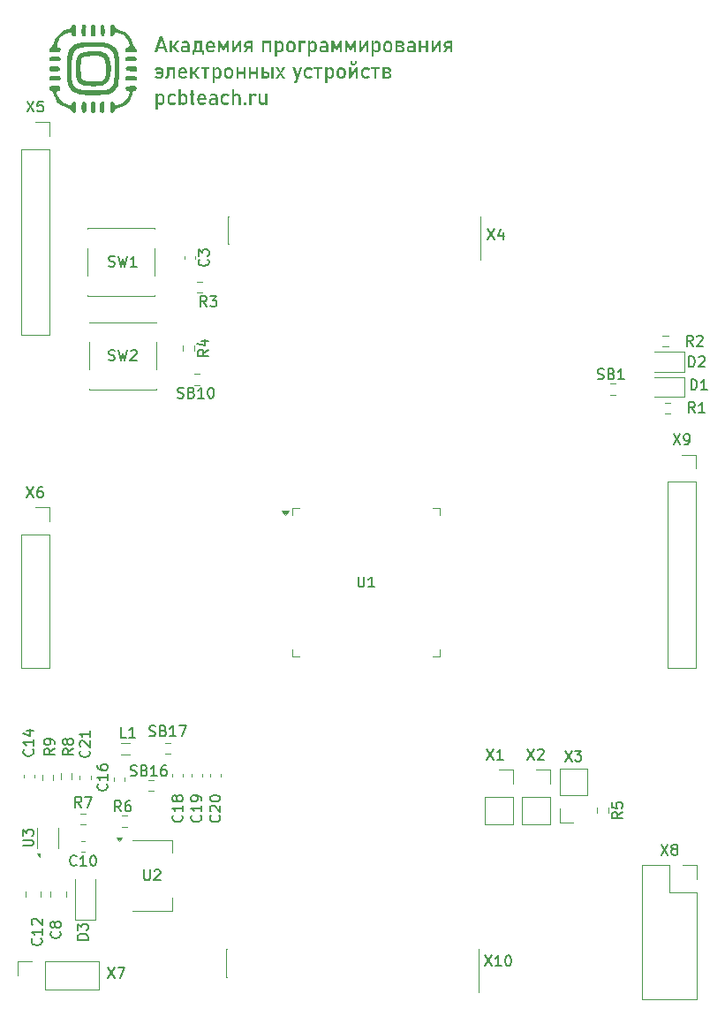
<source format=gbr>
%TF.GenerationSoftware,KiCad,Pcbnew,8.0.0*%
%TF.CreationDate,2024-11-20T18:06:17+03:00*%
%TF.ProjectId,box_side_suvenir_green,626f785f-7369-4646-955f-737576656e69,rev?*%
%TF.SameCoordinates,Original*%
%TF.FileFunction,Legend,Top*%
%TF.FilePolarity,Positive*%
%FSLAX46Y46*%
G04 Gerber Fmt 4.6, Leading zero omitted, Abs format (unit mm)*
G04 Created by KiCad (PCBNEW 8.0.0) date 2024-11-20 18:06:17*
%MOMM*%
%LPD*%
G01*
G04 APERTURE LIST*
%ADD10C,0.100000*%
%ADD11C,0.150000*%
%ADD12C,0.120000*%
%ADD13C,0.000000*%
G04 APERTURE END LIST*
D10*
G36*
X140393510Y-37006936D02*
G01*
X140572662Y-37006936D01*
X141125139Y-38505000D01*
X140898360Y-38505000D01*
X140483269Y-37296364D01*
X140067812Y-38505000D01*
X139841399Y-38505000D01*
X140393510Y-37006936D01*
G37*
G36*
X140095655Y-37976336D02*
G01*
X140884071Y-37976336D01*
X140884071Y-38176371D01*
X140095655Y-38176371D01*
X140095655Y-37976336D01*
G37*
G36*
X141637683Y-37890973D02*
G01*
X141928210Y-37435582D01*
X142181734Y-37435582D01*
X141733304Y-38075254D01*
X141637683Y-37890973D01*
G37*
G36*
X141323342Y-37435582D02*
G01*
X141533635Y-37435582D01*
X141533635Y-38505000D01*
X141323342Y-38505000D01*
X141323342Y-37435582D01*
G37*
G36*
X141646842Y-38053639D02*
G01*
X141810607Y-37945561D01*
X142244382Y-38505000D01*
X141963381Y-38505000D01*
X141646842Y-38053639D01*
G37*
G36*
X141425191Y-37869357D02*
G01*
X141811706Y-37869357D01*
X141811706Y-38069026D01*
X141425191Y-38069026D01*
X141425191Y-37869357D01*
G37*
G36*
X143007152Y-37826859D02*
G01*
X142997901Y-37749228D01*
X142964236Y-37679037D01*
X142951099Y-37663827D01*
X142888164Y-37622015D01*
X142810686Y-37606087D01*
X142791730Y-37605575D01*
X142716805Y-37612550D01*
X142666434Y-37625359D01*
X142598687Y-37653842D01*
X142557990Y-37679581D01*
X142404483Y-37574434D01*
X142460245Y-37520519D01*
X142522988Y-37480196D01*
X142564584Y-37460861D01*
X142635649Y-37437500D01*
X142711821Y-37423836D01*
X142785502Y-37419829D01*
X142864900Y-37424408D01*
X142943643Y-37440024D01*
X143013381Y-37466723D01*
X143078158Y-37507870D01*
X143130159Y-37560970D01*
X143157728Y-37603011D01*
X143187867Y-37674933D01*
X143203275Y-37749913D01*
X143207187Y-37817700D01*
X143207187Y-38505000D01*
X143007152Y-38505000D01*
X143007152Y-37826859D01*
G37*
G36*
X142745568Y-38520387D02*
G01*
X142663783Y-38516477D01*
X142581992Y-38502435D01*
X142512658Y-38478181D01*
X142449546Y-38438688D01*
X142397962Y-38379096D01*
X142367871Y-38311270D01*
X142353255Y-38229997D01*
X142351727Y-38189560D01*
X142357337Y-38115211D01*
X142377059Y-38043447D01*
X142415628Y-37978460D01*
X142441486Y-37951789D01*
X142506530Y-37909865D01*
X142580364Y-37885409D01*
X142658160Y-37874229D01*
X142712595Y-37872288D01*
X143016311Y-37872288D01*
X143030966Y-38041182D01*
X142713695Y-38041182D01*
X142637795Y-38051522D01*
X142590230Y-38077819D01*
X142554369Y-38142471D01*
X142549563Y-38189560D01*
X142564866Y-38264371D01*
X142603785Y-38310460D01*
X142672021Y-38339586D01*
X142748099Y-38348953D01*
X142768283Y-38349295D01*
X142843877Y-38346264D01*
X142919050Y-38333642D01*
X142947801Y-38323649D01*
X143002458Y-38271832D01*
X143007152Y-38243415D01*
X143028768Y-38393625D01*
X142979789Y-38449816D01*
X142960258Y-38464699D01*
X142892045Y-38498634D01*
X142866102Y-38506465D01*
X142790060Y-38518742D01*
X142745568Y-38520387D01*
G37*
G36*
X143485990Y-38315223D02*
G01*
X143510903Y-38315223D01*
X143584010Y-38298772D01*
X143607623Y-38280418D01*
X143642917Y-38214915D01*
X143652320Y-38173806D01*
X143660584Y-38100666D01*
X143663985Y-38021566D01*
X143664410Y-37976336D01*
X143664410Y-37435582D01*
X143874703Y-37435582D01*
X143874703Y-38046311D01*
X143871074Y-38123245D01*
X143858039Y-38200565D01*
X143832044Y-38274030D01*
X143798866Y-38327313D01*
X143745206Y-38377545D01*
X143679024Y-38409172D01*
X143600320Y-38422195D01*
X143583077Y-38422568D01*
X143558164Y-38422568D01*
X143485990Y-38315223D01*
G37*
G36*
X143447889Y-38315223D02*
G01*
X143658182Y-38315223D01*
X143658182Y-38773911D01*
X143447889Y-38773911D01*
X143447889Y-38315223D01*
G37*
G36*
X143447889Y-38315223D02*
G01*
X144477372Y-38315223D01*
X144477372Y-38505000D01*
X143447889Y-38505000D01*
X143447889Y-38315223D01*
G37*
G36*
X144391643Y-38315223D02*
G01*
X144601936Y-38315223D01*
X144601936Y-38773911D01*
X144391643Y-38773911D01*
X144391643Y-38315223D01*
G37*
G36*
X144201133Y-37435582D02*
G01*
X144411427Y-37435582D01*
X144411427Y-38505000D01*
X144201133Y-38505000D01*
X144201133Y-37435582D01*
G37*
G36*
X143795202Y-37435582D02*
G01*
X144271109Y-37435582D01*
X144271109Y-37624993D01*
X143795202Y-37624993D01*
X143795202Y-37435582D01*
G37*
G36*
X145248935Y-38520387D02*
G01*
X145168893Y-38515982D01*
X145095689Y-38502767D01*
X145022373Y-38477751D01*
X144995411Y-38464699D01*
X144929219Y-38420310D01*
X144874716Y-38363713D01*
X144835310Y-38301667D01*
X144806330Y-38229947D01*
X144789425Y-38157874D01*
X144781214Y-38078672D01*
X144780355Y-38041182D01*
X144780355Y-37920648D01*
X144783653Y-37844239D01*
X144795245Y-37765230D01*
X144815183Y-37693581D01*
X144833112Y-37649905D01*
X144871001Y-37584868D01*
X144923505Y-37525477D01*
X144987351Y-37478813D01*
X145054556Y-37447708D01*
X145129775Y-37428123D01*
X145204325Y-37420347D01*
X145230617Y-37419829D01*
X145310401Y-37426376D01*
X145382601Y-37446018D01*
X145453260Y-37482748D01*
X145459228Y-37486873D01*
X145519139Y-37540023D01*
X145564362Y-37600587D01*
X145600784Y-37672816D01*
X145603942Y-37680680D01*
X145628205Y-37755983D01*
X145643106Y-37829633D01*
X145651732Y-37909604D01*
X145654134Y-37984762D01*
X145654134Y-38054738D01*
X144932763Y-38054738D01*
X144932763Y-37885844D01*
X145454099Y-37885844D01*
X145443581Y-37809594D01*
X145420935Y-37738943D01*
X145386688Y-37682145D01*
X145328144Y-37632557D01*
X145254454Y-37610739D01*
X145230617Y-37609605D01*
X145154661Y-37618870D01*
X145086414Y-37650108D01*
X145045237Y-37688007D01*
X145005498Y-37755704D01*
X144985182Y-37833872D01*
X144980024Y-37909291D01*
X144980024Y-38045579D01*
X144986857Y-38122494D01*
X145010160Y-38193298D01*
X145050000Y-38249644D01*
X145110948Y-38292955D01*
X145181209Y-38315096D01*
X145248935Y-38320718D01*
X145324554Y-38311677D01*
X145375697Y-38295073D01*
X145442300Y-38259318D01*
X145488171Y-38222533D01*
X145626290Y-38360652D01*
X145569339Y-38408973D01*
X145507799Y-38449155D01*
X145447871Y-38478621D01*
X145373528Y-38504072D01*
X145298875Y-38517776D01*
X145248935Y-38520387D01*
G37*
G36*
X146755792Y-37435582D02*
G01*
X146942271Y-37435582D01*
X146942271Y-38505000D01*
X146752861Y-38505000D01*
X146752861Y-37749556D01*
X146763119Y-37815502D01*
X146502267Y-38296905D01*
X146376605Y-38296905D01*
X146115753Y-37815502D01*
X146126378Y-37749556D01*
X146126378Y-38505000D01*
X145936601Y-38505000D01*
X145936601Y-37435582D01*
X146123080Y-37435582D01*
X146439619Y-38026894D01*
X146755792Y-37435582D01*
G37*
G36*
X147936217Y-38503900D02*
G01*
X147936217Y-37744427D01*
X147960764Y-37771172D01*
X147446755Y-38503900D01*
X147264305Y-38503900D01*
X147264305Y-37435582D01*
X147472400Y-37435582D01*
X147472400Y-38212274D01*
X147447854Y-38185530D01*
X147964061Y-37435582D01*
X148144312Y-37435582D01*
X148144312Y-38503900D01*
X147936217Y-38503900D01*
G37*
G36*
X148789846Y-38128743D02*
G01*
X148710746Y-38122664D01*
X148638858Y-38104426D01*
X148594940Y-38085512D01*
X148532643Y-38044643D01*
X148479349Y-37987782D01*
X148463782Y-37964246D01*
X148433419Y-37896312D01*
X148418536Y-37819913D01*
X148416887Y-37781796D01*
X148423379Y-37707865D01*
X148445062Y-37635796D01*
X148463049Y-37600446D01*
X148511054Y-37538576D01*
X148568691Y-37493182D01*
X148594207Y-37478813D01*
X148667323Y-37450823D01*
X148742542Y-37437651D01*
X148789846Y-37435582D01*
X149169033Y-37435582D01*
X149169033Y-37635251D01*
X148781786Y-37635251D01*
X148708681Y-37652607D01*
X148679204Y-37675551D01*
X148644492Y-37743085D01*
X148640736Y-37781796D01*
X148655870Y-37854933D01*
X148657955Y-37859099D01*
X148707414Y-37910757D01*
X148779162Y-37929057D01*
X148781786Y-37929075D01*
X149169033Y-37929075D01*
X149169033Y-38128743D01*
X148789846Y-38128743D01*
G37*
G36*
X149060956Y-38505000D02*
G01*
X149060956Y-37435582D01*
X149271249Y-37435582D01*
X149271249Y-38505000D01*
X149060956Y-38505000D01*
G37*
G36*
X148395272Y-38505000D02*
G01*
X148696057Y-38034954D01*
X148905251Y-38082581D01*
X148644766Y-38505000D01*
X148395272Y-38505000D01*
G37*
G36*
X150833060Y-37435582D02*
G01*
X151043353Y-37435582D01*
X151043353Y-38505000D01*
X150833060Y-38505000D01*
X150833060Y-37435582D01*
G37*
G36*
X150157117Y-37435582D02*
G01*
X150367411Y-37435582D01*
X150367411Y-38505000D01*
X150157117Y-38505000D01*
X150157117Y-37435582D01*
G37*
G36*
X150287909Y-37435582D02*
G01*
X150944434Y-37435582D01*
X150944434Y-37635251D01*
X150287909Y-37635251D01*
X150287909Y-37435582D01*
G37*
G36*
X151366120Y-37435582D02*
G01*
X151576413Y-37435582D01*
X151576413Y-38939874D01*
X151366120Y-38939874D01*
X151366120Y-37435582D01*
G37*
G36*
X151845324Y-38520387D02*
G01*
X151768292Y-38512526D01*
X151694802Y-38486480D01*
X151670935Y-38472759D01*
X151613613Y-38423192D01*
X151571158Y-38358477D01*
X151561758Y-38337205D01*
X151576413Y-38113356D01*
X151585066Y-38188220D01*
X151600959Y-38230959D01*
X151648127Y-38288932D01*
X151672766Y-38305331D01*
X151742994Y-38327946D01*
X151786706Y-38330976D01*
X151863505Y-38320516D01*
X151928901Y-38285855D01*
X151947906Y-38267595D01*
X151986975Y-38202179D01*
X152003050Y-38130258D01*
X152005059Y-38088810D01*
X152005059Y-37856901D01*
X151998305Y-37782283D01*
X151972910Y-37710172D01*
X151947906Y-37674452D01*
X151888921Y-37630123D01*
X151818076Y-37611188D01*
X151786706Y-37609605D01*
X151710771Y-37619337D01*
X151672766Y-37634518D01*
X151616711Y-37681916D01*
X151600959Y-37707058D01*
X151579313Y-37777931D01*
X151576413Y-37821730D01*
X151554797Y-37615833D01*
X151595240Y-37551519D01*
X151648472Y-37495450D01*
X151681193Y-37471120D01*
X151747797Y-37437911D01*
X151820205Y-37421632D01*
X151855582Y-37419829D01*
X151929602Y-37425889D01*
X152001661Y-37446326D01*
X152049755Y-37471120D01*
X152109131Y-37520235D01*
X152152563Y-37579311D01*
X152172854Y-37619863D01*
X152197049Y-37691876D01*
X152210330Y-37765607D01*
X152215310Y-37847209D01*
X152215352Y-37855802D01*
X152215352Y-38088810D01*
X152211903Y-38162193D01*
X152199982Y-38236525D01*
X152177034Y-38309530D01*
X152171755Y-38321817D01*
X152133664Y-38387917D01*
X152079609Y-38444991D01*
X152044993Y-38469462D01*
X151977931Y-38500494D01*
X151901492Y-38517204D01*
X151845324Y-38520387D01*
G37*
G36*
X152992795Y-37424118D02*
G01*
X153068787Y-37438944D01*
X153143287Y-37467485D01*
X153155809Y-37474050D01*
X153218274Y-37517172D01*
X153269657Y-37571983D01*
X153306751Y-37631953D01*
X153334185Y-37700640D01*
X153351459Y-37777555D01*
X153358318Y-37853814D01*
X153358775Y-37880715D01*
X153358775Y-38057669D01*
X153354660Y-38136710D01*
X153342314Y-38208970D01*
X153318944Y-38281305D01*
X153306751Y-38307896D01*
X153265443Y-38373167D01*
X153213053Y-38426922D01*
X153155809Y-38465799D01*
X153083041Y-38496878D01*
X153008623Y-38513936D01*
X152934917Y-38520174D01*
X152917672Y-38520387D01*
X152842727Y-38516069D01*
X152766864Y-38501142D01*
X152692423Y-38472409D01*
X152679902Y-38465799D01*
X152617437Y-38422381D01*
X152566054Y-38367189D01*
X152528960Y-38306796D01*
X152501525Y-38237159D01*
X152484252Y-38159220D01*
X152477393Y-38081979D01*
X152476985Y-38057669D01*
X152686863Y-38057669D01*
X152693962Y-38136978D01*
X152717902Y-38208488D01*
X152746946Y-38251842D01*
X152809377Y-38298925D01*
X152884428Y-38319037D01*
X152917672Y-38320718D01*
X152993321Y-38311033D01*
X153059343Y-38278679D01*
X153088032Y-38251842D01*
X153127171Y-38186391D01*
X153145589Y-38109661D01*
X153148482Y-38057669D01*
X153148482Y-37880715D01*
X153141339Y-37801579D01*
X153117253Y-37730653D01*
X153088032Y-37688007D01*
X153025851Y-37641425D01*
X152950908Y-37621527D01*
X152917672Y-37619863D01*
X152841972Y-37629446D01*
X152775778Y-37661455D01*
X152746946Y-37688007D01*
X152708045Y-37752509D01*
X152689738Y-37828793D01*
X152686863Y-37880715D01*
X152686863Y-38057669D01*
X152476985Y-38057669D01*
X152476936Y-38054738D01*
X152476936Y-37880715D01*
X152481051Y-37802234D01*
X152495276Y-37722850D01*
X152519663Y-37651695D01*
X152528960Y-37631953D01*
X152570267Y-37566517D01*
X152622657Y-37512769D01*
X152679902Y-37474050D01*
X152752627Y-37443180D01*
X152826930Y-37426236D01*
X152900472Y-37420040D01*
X152917672Y-37419829D01*
X152992795Y-37424118D01*
G37*
G36*
X153650767Y-37435582D02*
G01*
X153861060Y-37435582D01*
X153861060Y-38505000D01*
X153650767Y-38505000D01*
X153650767Y-37435582D01*
G37*
G36*
X153753715Y-37435582D02*
G01*
X154335868Y-37435582D01*
X154335868Y-37635251D01*
X153753715Y-37635251D01*
X153753715Y-37435582D01*
G37*
G36*
X154547627Y-37435582D02*
G01*
X154757920Y-37435582D01*
X154757920Y-38939874D01*
X154547627Y-38939874D01*
X154547627Y-37435582D01*
G37*
G36*
X155026831Y-38520387D02*
G01*
X154949800Y-38512526D01*
X154876309Y-38486480D01*
X154852442Y-38472759D01*
X154795120Y-38423192D01*
X154752665Y-38358477D01*
X154743265Y-38337205D01*
X154757920Y-38113356D01*
X154766574Y-38188220D01*
X154782466Y-38230959D01*
X154829634Y-38288932D01*
X154854274Y-38305331D01*
X154924501Y-38327946D01*
X154968213Y-38330976D01*
X155045012Y-38320516D01*
X155110408Y-38285855D01*
X155129413Y-38267595D01*
X155168483Y-38202179D01*
X155184557Y-38130258D01*
X155186566Y-38088810D01*
X155186566Y-37856901D01*
X155179813Y-37782283D01*
X155154418Y-37710172D01*
X155129413Y-37674452D01*
X155070429Y-37630123D01*
X154999583Y-37611188D01*
X154968213Y-37609605D01*
X154892278Y-37619337D01*
X154854274Y-37634518D01*
X154798219Y-37681916D01*
X154782466Y-37707058D01*
X154760820Y-37777931D01*
X154757920Y-37821730D01*
X154736304Y-37615833D01*
X154776748Y-37551519D01*
X154829980Y-37495450D01*
X154862700Y-37471120D01*
X154929304Y-37437911D01*
X155001712Y-37421632D01*
X155037090Y-37419829D01*
X155111109Y-37425889D01*
X155183169Y-37446326D01*
X155231263Y-37471120D01*
X155290639Y-37520235D01*
X155334070Y-37579311D01*
X155354361Y-37619863D01*
X155378557Y-37691876D01*
X155391837Y-37765607D01*
X155396818Y-37847209D01*
X155396859Y-37855802D01*
X155396859Y-38088810D01*
X155393411Y-38162193D01*
X155381489Y-38236525D01*
X155358541Y-38309530D01*
X155353262Y-38321817D01*
X155315171Y-38387917D01*
X155261116Y-38444991D01*
X155226500Y-38469462D01*
X155159438Y-38500494D01*
X155083000Y-38517204D01*
X155026831Y-38520387D01*
G37*
G36*
X156292986Y-37826859D02*
G01*
X156283735Y-37749228D01*
X156250070Y-37679037D01*
X156236933Y-37663827D01*
X156173998Y-37622015D01*
X156096520Y-37606087D01*
X156077564Y-37605575D01*
X156002639Y-37612550D01*
X155952267Y-37625359D01*
X155884521Y-37653842D01*
X155843824Y-37679581D01*
X155690317Y-37574434D01*
X155746079Y-37520519D01*
X155808822Y-37480196D01*
X155850418Y-37460861D01*
X155921482Y-37437500D01*
X155997655Y-37423836D01*
X156071336Y-37419829D01*
X156150734Y-37424408D01*
X156229476Y-37440024D01*
X156299214Y-37466723D01*
X156363992Y-37507870D01*
X156415993Y-37560970D01*
X156443562Y-37603011D01*
X156473701Y-37674933D01*
X156489109Y-37749913D01*
X156493021Y-37817700D01*
X156493021Y-38505000D01*
X156292986Y-38505000D01*
X156292986Y-37826859D01*
G37*
G36*
X156031402Y-38520387D02*
G01*
X155949617Y-38516477D01*
X155867826Y-38502435D01*
X155798492Y-38478181D01*
X155735380Y-38438688D01*
X155683795Y-38379096D01*
X155653705Y-38311270D01*
X155639089Y-38229997D01*
X155637561Y-38189560D01*
X155643171Y-38115211D01*
X155662893Y-38043447D01*
X155701461Y-37978460D01*
X155727320Y-37951789D01*
X155792364Y-37909865D01*
X155866198Y-37885409D01*
X155943994Y-37874229D01*
X155998429Y-37872288D01*
X156302145Y-37872288D01*
X156316800Y-38041182D01*
X155999528Y-38041182D01*
X155923628Y-38051522D01*
X155876064Y-38077819D01*
X155840203Y-38142471D01*
X155835397Y-38189560D01*
X155850700Y-38264371D01*
X155889619Y-38310460D01*
X155957855Y-38339586D01*
X156033933Y-38348953D01*
X156054117Y-38349295D01*
X156129711Y-38346264D01*
X156204884Y-38333642D01*
X156233635Y-38323649D01*
X156288291Y-38271832D01*
X156292986Y-38243415D01*
X156314602Y-38393625D01*
X156265623Y-38449816D01*
X156246092Y-38464699D01*
X156177879Y-38498634D01*
X156151936Y-38506465D01*
X156075894Y-38518742D01*
X156031402Y-38520387D01*
G37*
G36*
X157625087Y-37435582D02*
G01*
X157811566Y-37435582D01*
X157811566Y-38505000D01*
X157622156Y-38505000D01*
X157622156Y-37749556D01*
X157632414Y-37815502D01*
X157371563Y-38296905D01*
X157245900Y-38296905D01*
X156985048Y-37815502D01*
X156995673Y-37749556D01*
X156995673Y-38505000D01*
X156805896Y-38505000D01*
X156805896Y-37435582D01*
X156992376Y-37435582D01*
X157308914Y-38026894D01*
X157625087Y-37435582D01*
G37*
G36*
X158952791Y-37435582D02*
G01*
X159139270Y-37435582D01*
X159139270Y-38505000D01*
X158949860Y-38505000D01*
X158949860Y-37749556D01*
X158960118Y-37815502D01*
X158699267Y-38296905D01*
X158573604Y-38296905D01*
X158312752Y-37815502D01*
X158323377Y-37749556D01*
X158323377Y-38505000D01*
X158133600Y-38505000D01*
X158133600Y-37435582D01*
X158320080Y-37435582D01*
X158636618Y-38026894D01*
X158952791Y-37435582D01*
G37*
G36*
X160133217Y-38503900D02*
G01*
X160133217Y-37744427D01*
X160157763Y-37771172D01*
X159643754Y-38503900D01*
X159461304Y-38503900D01*
X159461304Y-37435582D01*
X159669399Y-37435582D01*
X159669399Y-38212274D01*
X159644853Y-38185530D01*
X160161060Y-37435582D01*
X160341311Y-37435582D01*
X160341311Y-38503900D01*
X160133217Y-38503900D01*
G37*
G36*
X160664445Y-37435582D02*
G01*
X160874738Y-37435582D01*
X160874738Y-38939874D01*
X160664445Y-38939874D01*
X160664445Y-37435582D01*
G37*
G36*
X161143649Y-38520387D02*
G01*
X161066618Y-38512526D01*
X160993127Y-38486480D01*
X160969260Y-38472759D01*
X160911938Y-38423192D01*
X160869483Y-38358477D01*
X160860083Y-38337205D01*
X160874738Y-38113356D01*
X160883391Y-38188220D01*
X160899284Y-38230959D01*
X160946452Y-38288932D01*
X160971092Y-38305331D01*
X161041319Y-38327946D01*
X161085031Y-38330976D01*
X161161830Y-38320516D01*
X161227226Y-38285855D01*
X161246231Y-38267595D01*
X161285300Y-38202179D01*
X161301375Y-38130258D01*
X161303384Y-38088810D01*
X161303384Y-37856901D01*
X161296631Y-37782283D01*
X161271236Y-37710172D01*
X161246231Y-37674452D01*
X161187247Y-37630123D01*
X161116401Y-37611188D01*
X161085031Y-37609605D01*
X161009096Y-37619337D01*
X160971092Y-37634518D01*
X160915036Y-37681916D01*
X160899284Y-37707058D01*
X160877638Y-37777931D01*
X160874738Y-37821730D01*
X160853122Y-37615833D01*
X160893566Y-37551519D01*
X160946797Y-37495450D01*
X160979518Y-37471120D01*
X161046122Y-37437911D01*
X161118530Y-37421632D01*
X161153907Y-37419829D01*
X161227927Y-37425889D01*
X161299987Y-37446326D01*
X161348080Y-37471120D01*
X161407457Y-37520235D01*
X161450888Y-37579311D01*
X161471179Y-37619863D01*
X161495375Y-37691876D01*
X161508655Y-37765607D01*
X161513636Y-37847209D01*
X161513677Y-37855802D01*
X161513677Y-38088810D01*
X161510228Y-38162193D01*
X161498307Y-38236525D01*
X161475359Y-38309530D01*
X161470080Y-38321817D01*
X161431989Y-38387917D01*
X161377934Y-38444991D01*
X161343318Y-38469462D01*
X161276256Y-38500494D01*
X161199817Y-38517204D01*
X161143649Y-38520387D01*
G37*
G36*
X162291120Y-37424118D02*
G01*
X162367112Y-37438944D01*
X162441612Y-37467485D01*
X162454134Y-37474050D01*
X162516599Y-37517172D01*
X162567982Y-37571983D01*
X162605076Y-37631953D01*
X162632511Y-37700640D01*
X162649784Y-37777555D01*
X162656643Y-37853814D01*
X162657100Y-37880715D01*
X162657100Y-38057669D01*
X162652985Y-38136710D01*
X162640639Y-38208970D01*
X162617269Y-38281305D01*
X162605076Y-38307896D01*
X162563769Y-38373167D01*
X162511379Y-38426922D01*
X162454134Y-38465799D01*
X162381366Y-38496878D01*
X162306948Y-38513936D01*
X162233242Y-38520174D01*
X162215997Y-38520387D01*
X162141052Y-38516069D01*
X162065189Y-38501142D01*
X161990748Y-38472409D01*
X161978227Y-38465799D01*
X161915762Y-38422381D01*
X161864379Y-38367189D01*
X161827285Y-38306796D01*
X161799851Y-38237159D01*
X161782577Y-38159220D01*
X161775718Y-38081979D01*
X161775310Y-38057669D01*
X161985188Y-38057669D01*
X161992288Y-38136978D01*
X162016227Y-38208488D01*
X162045272Y-38251842D01*
X162107702Y-38298925D01*
X162182753Y-38319037D01*
X162215997Y-38320718D01*
X162291646Y-38311033D01*
X162357668Y-38278679D01*
X162386357Y-38251842D01*
X162425496Y-38186391D01*
X162443914Y-38109661D01*
X162446807Y-38057669D01*
X162446807Y-37880715D01*
X162439664Y-37801579D01*
X162415578Y-37730653D01*
X162386357Y-37688007D01*
X162324176Y-37641425D01*
X162249233Y-37621527D01*
X162215997Y-37619863D01*
X162140297Y-37629446D01*
X162074103Y-37661455D01*
X162045272Y-37688007D01*
X162006370Y-37752509D01*
X161988063Y-37828793D01*
X161985188Y-37880715D01*
X161985188Y-38057669D01*
X161775310Y-38057669D01*
X161775261Y-38054738D01*
X161775261Y-37880715D01*
X161779376Y-37802234D01*
X161793602Y-37722850D01*
X161817988Y-37651695D01*
X161827285Y-37631953D01*
X161868592Y-37566517D01*
X161920983Y-37512769D01*
X161978227Y-37474050D01*
X162050952Y-37443180D01*
X162125255Y-37426236D01*
X162198797Y-37420040D01*
X162215997Y-37419829D01*
X162291120Y-37424118D01*
G37*
G36*
X163072923Y-38315223D02*
G01*
X163468597Y-38315223D01*
X163541231Y-38298772D01*
X163565317Y-38280418D01*
X163597259Y-38211588D01*
X163599389Y-38181500D01*
X163599389Y-38178203D01*
X163584715Y-38103467D01*
X163565317Y-38074521D01*
X163498135Y-38039488D01*
X163468597Y-38037152D01*
X163072923Y-38037152D01*
X163072923Y-37847742D01*
X163468597Y-37847742D01*
X163541124Y-37828702D01*
X163550662Y-37820997D01*
X163579351Y-37753504D01*
X163579605Y-37744427D01*
X163561940Y-37671476D01*
X163550662Y-37656500D01*
X163482982Y-37625485D01*
X163470429Y-37624993D01*
X163072923Y-37624993D01*
X163072923Y-37435582D01*
X163477756Y-37435582D01*
X163556533Y-37441088D01*
X163631624Y-37460122D01*
X163699099Y-37496762D01*
X163709665Y-37505191D01*
X163759897Y-37565212D01*
X163785576Y-37634443D01*
X163792096Y-37701196D01*
X163782059Y-37774991D01*
X163748800Y-37841749D01*
X163731280Y-37862397D01*
X163668599Y-37909089D01*
X163599802Y-37935159D01*
X163560188Y-37943363D01*
X163635979Y-37965127D01*
X163704243Y-38002891D01*
X163745568Y-38040816D01*
X163785754Y-38102125D01*
X163807392Y-38173944D01*
X163811514Y-38227662D01*
X163811514Y-38230959D01*
X163802891Y-38306944D01*
X163773489Y-38377221D01*
X163723220Y-38433558D01*
X163654155Y-38474232D01*
X163576417Y-38496558D01*
X163494278Y-38504720D01*
X163474459Y-38505000D01*
X163072923Y-38505000D01*
X163072923Y-38315223D01*
G37*
G36*
X162949092Y-37435582D02*
G01*
X163158286Y-37435582D01*
X163158286Y-38505000D01*
X162949092Y-38505000D01*
X162949092Y-37435582D01*
G37*
G36*
X164687124Y-37826859D02*
G01*
X164677873Y-37749228D01*
X164644208Y-37679037D01*
X164631071Y-37663827D01*
X164568136Y-37622015D01*
X164490658Y-37606087D01*
X164471702Y-37605575D01*
X164396777Y-37612550D01*
X164346406Y-37625359D01*
X164278659Y-37653842D01*
X164237962Y-37679581D01*
X164084455Y-37574434D01*
X164140217Y-37520519D01*
X164202960Y-37480196D01*
X164244556Y-37460861D01*
X164315621Y-37437500D01*
X164391793Y-37423836D01*
X164465474Y-37419829D01*
X164544872Y-37424408D01*
X164623615Y-37440024D01*
X164693353Y-37466723D01*
X164758130Y-37507870D01*
X164810131Y-37560970D01*
X164837700Y-37603011D01*
X164867839Y-37674933D01*
X164883247Y-37749913D01*
X164887159Y-37817700D01*
X164887159Y-38505000D01*
X164687124Y-38505000D01*
X164687124Y-37826859D01*
G37*
G36*
X164425540Y-38520387D02*
G01*
X164343755Y-38516477D01*
X164261964Y-38502435D01*
X164192630Y-38478181D01*
X164129518Y-38438688D01*
X164077934Y-38379096D01*
X164047843Y-38311270D01*
X164033227Y-38229997D01*
X164031699Y-38189560D01*
X164037309Y-38115211D01*
X164057031Y-38043447D01*
X164095600Y-37978460D01*
X164121458Y-37951789D01*
X164186502Y-37909865D01*
X164260337Y-37885409D01*
X164338132Y-37874229D01*
X164392568Y-37872288D01*
X164696284Y-37872288D01*
X164710938Y-38041182D01*
X164393667Y-38041182D01*
X164317767Y-38051522D01*
X164270202Y-38077819D01*
X164234341Y-38142471D01*
X164229535Y-38189560D01*
X164244838Y-38264371D01*
X164283757Y-38310460D01*
X164351993Y-38339586D01*
X164428071Y-38348953D01*
X164448255Y-38349295D01*
X164523849Y-38346264D01*
X164599022Y-38333642D01*
X164627773Y-38323649D01*
X164682430Y-38271832D01*
X164687124Y-38243415D01*
X164708740Y-38393625D01*
X164659762Y-38449816D01*
X164640230Y-38464699D01*
X164572017Y-38498634D01*
X164546074Y-38506465D01*
X164470032Y-38518742D01*
X164425540Y-38520387D01*
G37*
G36*
X165875976Y-37435582D02*
G01*
X166086270Y-37435582D01*
X166086270Y-38505000D01*
X165875976Y-38505000D01*
X165875976Y-37435582D01*
G37*
G36*
X165200034Y-37435582D02*
G01*
X165410327Y-37435582D01*
X165410327Y-38505000D01*
X165200034Y-38505000D01*
X165200034Y-37435582D01*
G37*
G36*
X165330826Y-37884745D02*
G01*
X165987351Y-37884745D01*
X165987351Y-38074155D01*
X165330826Y-38074155D01*
X165330826Y-37884745D01*
G37*
G36*
X167080949Y-38503900D02*
G01*
X167080949Y-37744427D01*
X167105495Y-37771172D01*
X166591486Y-38503900D01*
X166409036Y-38503900D01*
X166409036Y-37435582D01*
X166617131Y-37435582D01*
X166617131Y-38212274D01*
X166592585Y-38185530D01*
X167108792Y-37435582D01*
X167289043Y-37435582D01*
X167289043Y-38503900D01*
X167080949Y-38503900D01*
G37*
G36*
X167934577Y-38128743D02*
G01*
X167855477Y-38122664D01*
X167783589Y-38104426D01*
X167739672Y-38085512D01*
X167677375Y-38044643D01*
X167624080Y-37987782D01*
X167608513Y-37964246D01*
X167578151Y-37896312D01*
X167563267Y-37819913D01*
X167561618Y-37781796D01*
X167568110Y-37707865D01*
X167589793Y-37635796D01*
X167607780Y-37600446D01*
X167655786Y-37538576D01*
X167713422Y-37493182D01*
X167738939Y-37478813D01*
X167812054Y-37450823D01*
X167887273Y-37437651D01*
X167934577Y-37435582D01*
X168313764Y-37435582D01*
X168313764Y-37635251D01*
X167926517Y-37635251D01*
X167853413Y-37652607D01*
X167823935Y-37675551D01*
X167789224Y-37743085D01*
X167785467Y-37781796D01*
X167800601Y-37854933D01*
X167802686Y-37859099D01*
X167852145Y-37910757D01*
X167923894Y-37929057D01*
X167926517Y-37929075D01*
X168313764Y-37929075D01*
X168313764Y-38128743D01*
X167934577Y-38128743D01*
G37*
G36*
X168205687Y-38505000D02*
G01*
X168205687Y-37435582D01*
X168415980Y-37435582D01*
X168415980Y-38505000D01*
X168205687Y-38505000D01*
G37*
G36*
X167540003Y-38505000D02*
G01*
X167840788Y-38034954D01*
X168049982Y-38082581D01*
X167789497Y-38505000D01*
X167540003Y-38505000D01*
G37*
G36*
X140043265Y-40579867D02*
G01*
X140043265Y-40400715D01*
X140563503Y-40400715D01*
X140563503Y-40579867D01*
X140043265Y-40579867D01*
G37*
G36*
X140254291Y-41040387D02*
G01*
X140178943Y-41036120D01*
X140102831Y-41022164D01*
X140098220Y-41020969D01*
X140028336Y-40996789D01*
X139965963Y-40963817D01*
X139905813Y-40916380D01*
X139867044Y-40872592D01*
X140018353Y-40736304D01*
X140073440Y-40790246D01*
X140123499Y-40821301D01*
X140193888Y-40845296D01*
X140251360Y-40850976D01*
X140328489Y-40842535D01*
X140397818Y-40814070D01*
X140439672Y-40779535D01*
X140480527Y-40717231D01*
X140501413Y-40645273D01*
X140506716Y-40575837D01*
X140506716Y-40399616D01*
X140498794Y-40321105D01*
X140472081Y-40250566D01*
X140439672Y-40208007D01*
X140376426Y-40163887D01*
X140301945Y-40143124D01*
X140251360Y-40139863D01*
X140174858Y-40149679D01*
X140124598Y-40167707D01*
X140061048Y-40206566D01*
X140018353Y-40247208D01*
X139867044Y-40110921D01*
X139917289Y-40054725D01*
X139964863Y-40018230D01*
X140031385Y-39982814D01*
X140097121Y-39959979D01*
X140173416Y-39944866D01*
X140249102Y-39939848D01*
X140254291Y-39939829D01*
X140333304Y-39944118D01*
X140405477Y-39956985D01*
X140477647Y-39981342D01*
X140504152Y-39994050D01*
X140569631Y-40037086D01*
X140623509Y-40091636D01*
X140662421Y-40151221D01*
X140691208Y-40219714D01*
X140709333Y-40296507D01*
X140716529Y-40372718D01*
X140717009Y-40399616D01*
X140717009Y-40575837D01*
X140712691Y-40655261D01*
X140699737Y-40727847D01*
X140675215Y-40800475D01*
X140662421Y-40827163D01*
X140619091Y-40892851D01*
X140564158Y-40946851D01*
X140504152Y-40985799D01*
X140435358Y-41014585D01*
X140358121Y-41032710D01*
X140281389Y-41039907D01*
X140254291Y-41040387D01*
G37*
G36*
X140886270Y-40834490D02*
G01*
X140959542Y-40815714D01*
X141011599Y-40764006D01*
X141014497Y-40759385D01*
X141044148Y-40687907D01*
X141057430Y-40611557D01*
X141060293Y-40546894D01*
X141060293Y-39955582D01*
X141270586Y-39955582D01*
X141270586Y-40575837D01*
X141267195Y-40654141D01*
X141255474Y-40733396D01*
X141235381Y-40804493D01*
X141227721Y-40824232D01*
X141190335Y-40894488D01*
X141141923Y-40950834D01*
X141103524Y-40980669D01*
X141037733Y-41013264D01*
X140962359Y-41030816D01*
X140906786Y-41034159D01*
X140886270Y-41034159D01*
X140886270Y-40834490D01*
G37*
G36*
X141604344Y-39955582D02*
G01*
X141814637Y-39955582D01*
X141814637Y-41025000D01*
X141604344Y-41025000D01*
X141604344Y-39955582D01*
G37*
G36*
X141191451Y-39955582D02*
G01*
X141715718Y-39955582D01*
X141715718Y-40155251D01*
X141191451Y-40155251D01*
X141191451Y-39955582D01*
G37*
G36*
X142575942Y-41040387D02*
G01*
X142495899Y-41035982D01*
X142422695Y-41022767D01*
X142349380Y-40997751D01*
X142322418Y-40984699D01*
X142256225Y-40940310D01*
X142201722Y-40883713D01*
X142162316Y-40821667D01*
X142133336Y-40749947D01*
X142116431Y-40677874D01*
X142108220Y-40598672D01*
X142107362Y-40561182D01*
X142107362Y-40440648D01*
X142110659Y-40364239D01*
X142122251Y-40285230D01*
X142142189Y-40213581D01*
X142160118Y-40169905D01*
X142198007Y-40104868D01*
X142250511Y-40045477D01*
X142314357Y-39998813D01*
X142381562Y-39967708D01*
X142456782Y-39948123D01*
X142531331Y-39940347D01*
X142557623Y-39939829D01*
X142637408Y-39946376D01*
X142709607Y-39966018D01*
X142780266Y-40002748D01*
X142786235Y-40006873D01*
X142846146Y-40060023D01*
X142891369Y-40120587D01*
X142927790Y-40192816D01*
X142930949Y-40200680D01*
X142955211Y-40275983D01*
X142970112Y-40349633D01*
X142978739Y-40429604D01*
X142981140Y-40504762D01*
X142981140Y-40574738D01*
X142259769Y-40574738D01*
X142259769Y-40405844D01*
X142781106Y-40405844D01*
X142770587Y-40329594D01*
X142747942Y-40258943D01*
X142713695Y-40202145D01*
X142655151Y-40152557D01*
X142581460Y-40130739D01*
X142557623Y-40129605D01*
X142481667Y-40138870D01*
X142413420Y-40170108D01*
X142372243Y-40208007D01*
X142332504Y-40275704D01*
X142312189Y-40353872D01*
X142307030Y-40429291D01*
X142307030Y-40565579D01*
X142313864Y-40642494D01*
X142337166Y-40713298D01*
X142377006Y-40769644D01*
X142437954Y-40812955D01*
X142508215Y-40835096D01*
X142575942Y-40840718D01*
X142651560Y-40831677D01*
X142702704Y-40815073D01*
X142769306Y-40779318D01*
X142815177Y-40742533D01*
X142953297Y-40880652D01*
X142896345Y-40928973D01*
X142834805Y-40969155D01*
X142774877Y-40998621D01*
X142700534Y-41024072D01*
X142625882Y-41037776D01*
X142575942Y-41040387D01*
G37*
G36*
X143577948Y-40410973D02*
G01*
X143868475Y-39955582D01*
X144121999Y-39955582D01*
X143673569Y-40595254D01*
X143577948Y-40410973D01*
G37*
G36*
X143263607Y-39955582D02*
G01*
X143473900Y-39955582D01*
X143473900Y-41025000D01*
X143263607Y-41025000D01*
X143263607Y-39955582D01*
G37*
G36*
X143587107Y-40573639D02*
G01*
X143750872Y-40465561D01*
X144184647Y-41025000D01*
X143903646Y-41025000D01*
X143587107Y-40573639D01*
G37*
G36*
X143365457Y-40389357D02*
G01*
X143751971Y-40389357D01*
X143751971Y-40589026D01*
X143365457Y-40589026D01*
X143365457Y-40389357D01*
G37*
G36*
X144602302Y-40067690D02*
G01*
X144812595Y-40067690D01*
X144812595Y-41025000D01*
X144602302Y-41025000D01*
X144602302Y-40067690D01*
G37*
G36*
X144291992Y-39955582D02*
G01*
X145122540Y-39955582D01*
X145122540Y-40144993D01*
X144291992Y-40144993D01*
X144291992Y-39955582D01*
G37*
G36*
X145395847Y-39955582D02*
G01*
X145606140Y-39955582D01*
X145606140Y-41459874D01*
X145395847Y-41459874D01*
X145395847Y-39955582D01*
G37*
G36*
X145875052Y-41040387D02*
G01*
X145798020Y-41032526D01*
X145724530Y-41006480D01*
X145700662Y-40992759D01*
X145643341Y-40943192D01*
X145600885Y-40878477D01*
X145591486Y-40857205D01*
X145606140Y-40633356D01*
X145614794Y-40708220D01*
X145630687Y-40750959D01*
X145677855Y-40808932D01*
X145702494Y-40825331D01*
X145772721Y-40847946D01*
X145816434Y-40850976D01*
X145893233Y-40840516D01*
X145958629Y-40805855D01*
X145977634Y-40787595D01*
X146016703Y-40722179D01*
X146032777Y-40650258D01*
X146034787Y-40608810D01*
X146034787Y-40376901D01*
X146028033Y-40302283D01*
X146002638Y-40230172D01*
X145977634Y-40194452D01*
X145918649Y-40150123D01*
X145847803Y-40131188D01*
X145816434Y-40129605D01*
X145740499Y-40139337D01*
X145702494Y-40154518D01*
X145646439Y-40201916D01*
X145630687Y-40227058D01*
X145609041Y-40297931D01*
X145606140Y-40341730D01*
X145584525Y-40135833D01*
X145624968Y-40071519D01*
X145678200Y-40015450D01*
X145710921Y-39991120D01*
X145777525Y-39957911D01*
X145849933Y-39941632D01*
X145885310Y-39939829D01*
X145959330Y-39945889D01*
X146031389Y-39966326D01*
X146079483Y-39991120D01*
X146138859Y-40040235D01*
X146182290Y-40099311D01*
X146202581Y-40139863D01*
X146226777Y-40211876D01*
X146240058Y-40285607D01*
X146245038Y-40367209D01*
X146245080Y-40375802D01*
X146245080Y-40608810D01*
X146241631Y-40682193D01*
X146229710Y-40756525D01*
X146206762Y-40829530D01*
X146201482Y-40841817D01*
X146163392Y-40907917D01*
X146109337Y-40964991D01*
X146074720Y-40989462D01*
X146007659Y-41020494D01*
X145931220Y-41037204D01*
X145875052Y-41040387D01*
G37*
G36*
X147022523Y-39944118D02*
G01*
X147098515Y-39958944D01*
X147173015Y-39987485D01*
X147185537Y-39994050D01*
X147248002Y-40037172D01*
X147299385Y-40091983D01*
X147336479Y-40151953D01*
X147363913Y-40220640D01*
X147381187Y-40297555D01*
X147388045Y-40373814D01*
X147388503Y-40400715D01*
X147388503Y-40577669D01*
X147384387Y-40656710D01*
X147372042Y-40728970D01*
X147348672Y-40801305D01*
X147336479Y-40827896D01*
X147295171Y-40893167D01*
X147242781Y-40946922D01*
X147185537Y-40985799D01*
X147112768Y-41016878D01*
X147038351Y-41033936D01*
X146964645Y-41040174D01*
X146947400Y-41040387D01*
X146872455Y-41036069D01*
X146796591Y-41021142D01*
X146722150Y-40992409D01*
X146709630Y-40985799D01*
X146647165Y-40942381D01*
X146595782Y-40887189D01*
X146558688Y-40826796D01*
X146531253Y-40757159D01*
X146513980Y-40679220D01*
X146507121Y-40601979D01*
X146506713Y-40577669D01*
X146716591Y-40577669D01*
X146723690Y-40656978D01*
X146747630Y-40728488D01*
X146776674Y-40771842D01*
X146839105Y-40818925D01*
X146914155Y-40839037D01*
X146947400Y-40840718D01*
X147023049Y-40831033D01*
X147089071Y-40798679D01*
X147117759Y-40771842D01*
X147156899Y-40706391D01*
X147175317Y-40629661D01*
X147178210Y-40577669D01*
X147178210Y-40400715D01*
X147171067Y-40321579D01*
X147146981Y-40250653D01*
X147117759Y-40208007D01*
X147055579Y-40161425D01*
X146980636Y-40141527D01*
X146947400Y-40139863D01*
X146871700Y-40149446D01*
X146805505Y-40181455D01*
X146776674Y-40208007D01*
X146737772Y-40272509D01*
X146719466Y-40348793D01*
X146716591Y-40400715D01*
X146716591Y-40577669D01*
X146506713Y-40577669D01*
X146506664Y-40574738D01*
X146506664Y-40400715D01*
X146510779Y-40322234D01*
X146525004Y-40242850D01*
X146549390Y-40171695D01*
X146558688Y-40151953D01*
X146599995Y-40086517D01*
X146652385Y-40032769D01*
X146709630Y-39994050D01*
X146782355Y-39963180D01*
X146856658Y-39946236D01*
X146930200Y-39940040D01*
X146947400Y-39939829D01*
X147022523Y-39944118D01*
G37*
G36*
X148356437Y-39955582D02*
G01*
X148566730Y-39955582D01*
X148566730Y-41025000D01*
X148356437Y-41025000D01*
X148356437Y-39955582D01*
G37*
G36*
X147680495Y-39955582D02*
G01*
X147890788Y-39955582D01*
X147890788Y-41025000D01*
X147680495Y-41025000D01*
X147680495Y-39955582D01*
G37*
G36*
X147811287Y-40404745D02*
G01*
X148467812Y-40404745D01*
X148467812Y-40594155D01*
X147811287Y-40594155D01*
X147811287Y-40404745D01*
G37*
G36*
X149565439Y-39955582D02*
G01*
X149775732Y-39955582D01*
X149775732Y-41025000D01*
X149565439Y-41025000D01*
X149565439Y-39955582D01*
G37*
G36*
X148889497Y-39955582D02*
G01*
X149099790Y-39955582D01*
X149099790Y-41025000D01*
X148889497Y-41025000D01*
X148889497Y-39955582D01*
G37*
G36*
X149020289Y-40404745D02*
G01*
X149676814Y-40404745D01*
X149676814Y-40594155D01*
X149020289Y-40594155D01*
X149020289Y-40404745D01*
G37*
G36*
X151046650Y-39955582D02*
G01*
X151256577Y-39955582D01*
X151256577Y-41025000D01*
X151046650Y-41025000D01*
X151046650Y-39955582D01*
G37*
G36*
X150200348Y-40824965D02*
G01*
X150526046Y-40824965D01*
X150599151Y-40807767D01*
X150628628Y-40785031D01*
X150663670Y-40717497D01*
X150667463Y-40678785D01*
X150652007Y-40605648D01*
X150649877Y-40601482D01*
X150600418Y-40550191D01*
X150528692Y-40531525D01*
X150526046Y-40531507D01*
X150200348Y-40531507D01*
X150200348Y-40331472D01*
X150517986Y-40331472D01*
X150597035Y-40337551D01*
X150668768Y-40355789D01*
X150712526Y-40374703D01*
X150775060Y-40415633D01*
X150828475Y-40472694D01*
X150844050Y-40496336D01*
X150874413Y-40564270D01*
X150889296Y-40640669D01*
X150890945Y-40678785D01*
X150884402Y-40752545D01*
X150862546Y-40824660D01*
X150844417Y-40860136D01*
X150796662Y-40922005D01*
X150739133Y-40967400D01*
X150713625Y-40981769D01*
X150640509Y-41009759D01*
X150565290Y-41022931D01*
X150517986Y-41025000D01*
X150200348Y-41025000D01*
X150200348Y-40824965D01*
G37*
G36*
X150098499Y-39955582D02*
G01*
X150308792Y-39955582D01*
X150308792Y-41025000D01*
X150098499Y-41025000D01*
X150098499Y-39955582D01*
G37*
G36*
X151844591Y-40538468D02*
G01*
X151451116Y-39955582D01*
X151684856Y-39955582D01*
X151991870Y-40434420D01*
X152397069Y-41025000D01*
X152164061Y-41025000D01*
X151844591Y-40538468D01*
G37*
G36*
X151838363Y-40434420D02*
G01*
X151939480Y-40628227D01*
X151667271Y-41025000D01*
X151434630Y-41025000D01*
X151838363Y-40434420D01*
G37*
G36*
X151912735Y-40334769D02*
G01*
X152146475Y-39955582D01*
X152380582Y-39955582D01*
X152001395Y-40532606D01*
X151912735Y-40334769D01*
G37*
G36*
X154019696Y-39955582D02*
G01*
X153564305Y-41275226D01*
X153533778Y-41344497D01*
X153499459Y-41391364D01*
X153438676Y-41437052D01*
X153400540Y-41452547D01*
X153326017Y-41467655D01*
X153256193Y-41471231D01*
X153214061Y-41471231D01*
X153214061Y-41269364D01*
X153256193Y-41269364D01*
X153330862Y-41255969D01*
X153349616Y-41245551D01*
X153398059Y-41187770D01*
X153409699Y-41164218D01*
X153805373Y-39955582D01*
X154019696Y-39955582D01*
G37*
G36*
X153073011Y-39955582D02*
G01*
X153287334Y-39955582D01*
X153615963Y-40884682D01*
X153499459Y-41112561D01*
X153073011Y-39955582D01*
G37*
G36*
X154611374Y-41040387D02*
G01*
X154532510Y-41036069D01*
X154460369Y-41023115D01*
X154388098Y-40998593D01*
X154361514Y-40985799D01*
X154296243Y-40942425D01*
X154242487Y-40887362D01*
X154203611Y-40827163D01*
X154174824Y-40757911D01*
X154156699Y-40680216D01*
X154149502Y-40603072D01*
X154149023Y-40575837D01*
X154149023Y-40399616D01*
X154153341Y-40321164D01*
X154168267Y-40241880D01*
X154193855Y-40170897D01*
X154203611Y-40151221D01*
X154246898Y-40086201D01*
X154301701Y-40032698D01*
X154361514Y-39994050D01*
X154430465Y-39965457D01*
X154507716Y-39947453D01*
X154584339Y-39940305D01*
X154611374Y-39939829D01*
X154687511Y-39944256D01*
X154763932Y-39958739D01*
X154768545Y-39959979D01*
X154838428Y-39984617D01*
X154900802Y-40018230D01*
X154960900Y-40066312D01*
X154998988Y-40110921D01*
X154847679Y-40247208D01*
X154791703Y-40196628D01*
X154741434Y-40167707D01*
X154671392Y-40145193D01*
X154614672Y-40139863D01*
X154537499Y-40147916D01*
X154468025Y-40175067D01*
X154425994Y-40208007D01*
X154382585Y-40272327D01*
X154362157Y-40348122D01*
X154358949Y-40399616D01*
X154358949Y-40575837D01*
X154365425Y-40649446D01*
X154390292Y-40722948D01*
X154425261Y-40771842D01*
X154488688Y-40816437D01*
X154563659Y-40837422D01*
X154614672Y-40840718D01*
X154688126Y-40831213D01*
X154742533Y-40810676D01*
X154805735Y-40769113D01*
X154847679Y-40726046D01*
X154998988Y-40872592D01*
X154947854Y-40927783D01*
X154900069Y-40963817D01*
X154833445Y-40998558D01*
X154767445Y-41020969D01*
X154691608Y-41035532D01*
X154616518Y-41040368D01*
X154611374Y-41040387D01*
G37*
G36*
X155401256Y-40067690D02*
G01*
X155611549Y-40067690D01*
X155611549Y-41025000D01*
X155401256Y-41025000D01*
X155401256Y-40067690D01*
G37*
G36*
X155090945Y-39955582D02*
G01*
X155921493Y-39955582D01*
X155921493Y-40144993D01*
X155090945Y-40144993D01*
X155090945Y-39955582D01*
G37*
G36*
X156194801Y-39955582D02*
G01*
X156405094Y-39955582D01*
X156405094Y-41459874D01*
X156194801Y-41459874D01*
X156194801Y-39955582D01*
G37*
G36*
X156674005Y-41040387D02*
G01*
X156596973Y-41032526D01*
X156523483Y-41006480D01*
X156499616Y-40992759D01*
X156442294Y-40943192D01*
X156399839Y-40878477D01*
X156390439Y-40857205D01*
X156405094Y-40633356D01*
X156413747Y-40708220D01*
X156429640Y-40750959D01*
X156476808Y-40808932D01*
X156501448Y-40825331D01*
X156571675Y-40847946D01*
X156615387Y-40850976D01*
X156692186Y-40840516D01*
X156757582Y-40805855D01*
X156776587Y-40787595D01*
X156815656Y-40722179D01*
X156831731Y-40650258D01*
X156833740Y-40608810D01*
X156833740Y-40376901D01*
X156826986Y-40302283D01*
X156801591Y-40230172D01*
X156776587Y-40194452D01*
X156717602Y-40150123D01*
X156646757Y-40131188D01*
X156615387Y-40129605D01*
X156539452Y-40139337D01*
X156501448Y-40154518D01*
X156445392Y-40201916D01*
X156429640Y-40227058D01*
X156407994Y-40297931D01*
X156405094Y-40341730D01*
X156383478Y-40135833D01*
X156423921Y-40071519D01*
X156477153Y-40015450D01*
X156509874Y-39991120D01*
X156576478Y-39957911D01*
X156648886Y-39941632D01*
X156684263Y-39939829D01*
X156758283Y-39945889D01*
X156830342Y-39966326D01*
X156878436Y-39991120D01*
X156937812Y-40040235D01*
X156981244Y-40099311D01*
X157001535Y-40139863D01*
X157025731Y-40211876D01*
X157039011Y-40285607D01*
X157043991Y-40367209D01*
X157044033Y-40375802D01*
X157044033Y-40608810D01*
X157040584Y-40682193D01*
X157028663Y-40756525D01*
X157005715Y-40829530D01*
X157000436Y-40841817D01*
X156962345Y-40907917D01*
X156908290Y-40964991D01*
X156873674Y-40989462D01*
X156806612Y-41020494D01*
X156730173Y-41037204D01*
X156674005Y-41040387D01*
G37*
G36*
X157821476Y-39944118D02*
G01*
X157897468Y-39958944D01*
X157971968Y-39987485D01*
X157984490Y-39994050D01*
X158046955Y-40037172D01*
X158098338Y-40091983D01*
X158135432Y-40151953D01*
X158162867Y-40220640D01*
X158180140Y-40297555D01*
X158186999Y-40373814D01*
X158187456Y-40400715D01*
X158187456Y-40577669D01*
X158183341Y-40656710D01*
X158170995Y-40728970D01*
X158147625Y-40801305D01*
X158135432Y-40827896D01*
X158094125Y-40893167D01*
X158041734Y-40946922D01*
X157984490Y-40985799D01*
X157911722Y-41016878D01*
X157837304Y-41033936D01*
X157763598Y-41040174D01*
X157746353Y-41040387D01*
X157671408Y-41036069D01*
X157595545Y-41021142D01*
X157521104Y-40992409D01*
X157508583Y-40985799D01*
X157446118Y-40942381D01*
X157394735Y-40887189D01*
X157357641Y-40826796D01*
X157330206Y-40757159D01*
X157312933Y-40679220D01*
X157306074Y-40601979D01*
X157305666Y-40577669D01*
X157515544Y-40577669D01*
X157522644Y-40656978D01*
X157546583Y-40728488D01*
X157575628Y-40771842D01*
X157638058Y-40818925D01*
X157713109Y-40839037D01*
X157746353Y-40840718D01*
X157822002Y-40831033D01*
X157888024Y-40798679D01*
X157916713Y-40771842D01*
X157955852Y-40706391D01*
X157974270Y-40629661D01*
X157977163Y-40577669D01*
X157977163Y-40400715D01*
X157970020Y-40321579D01*
X157945934Y-40250653D01*
X157916713Y-40208007D01*
X157854532Y-40161425D01*
X157779589Y-40141527D01*
X157746353Y-40139863D01*
X157670653Y-40149446D01*
X157604459Y-40181455D01*
X157575628Y-40208007D01*
X157536726Y-40272509D01*
X157518419Y-40348793D01*
X157515544Y-40400715D01*
X157515544Y-40577669D01*
X157305666Y-40577669D01*
X157305617Y-40574738D01*
X157305617Y-40400715D01*
X157309732Y-40322234D01*
X157323957Y-40242850D01*
X157348344Y-40171695D01*
X157357641Y-40151953D01*
X157398948Y-40086517D01*
X157451338Y-40032769D01*
X157508583Y-39994050D01*
X157581308Y-39963180D01*
X157655611Y-39946236D01*
X157729153Y-39940040D01*
X157746353Y-39939829D01*
X157821476Y-39944118D01*
G37*
G36*
X159151360Y-41023900D02*
G01*
X159151360Y-40264427D01*
X159175907Y-40291172D01*
X158661898Y-41023900D01*
X158479448Y-41023900D01*
X158479448Y-39955582D01*
X158687543Y-39955582D01*
X158687543Y-40732274D01*
X158662997Y-40705530D01*
X159179204Y-39955582D01*
X159359455Y-39955582D01*
X159359455Y-41023900D01*
X159151360Y-41023900D01*
G37*
G36*
X158909926Y-39752616D02*
G01*
X158829636Y-39745313D01*
X158754631Y-39720069D01*
X158694582Y-39676792D01*
X158679483Y-39660293D01*
X158639104Y-39593610D01*
X158615550Y-39518239D01*
X158604782Y-39439030D01*
X158602913Y-39383688D01*
X158772173Y-39383688D01*
X158777857Y-39458747D01*
X158802441Y-39530992D01*
X158806612Y-39537561D01*
X158866643Y-39582468D01*
X158909926Y-39588485D01*
X158928611Y-39588485D01*
X159001569Y-39568593D01*
X159032292Y-39537561D01*
X159059163Y-39468771D01*
X159066697Y-39390071D01*
X159066730Y-39383688D01*
X159235624Y-39383688D01*
X159231943Y-39459910D01*
X159218719Y-39536246D01*
X159192347Y-39608383D01*
X159158688Y-39660293D01*
X159103318Y-39708979D01*
X159032922Y-39739633D01*
X158956717Y-39751805D01*
X158928611Y-39752616D01*
X158909926Y-39752616D01*
G37*
G36*
X160114166Y-41040387D02*
G01*
X160035301Y-41036069D01*
X159963161Y-41023115D01*
X159890889Y-40998593D01*
X159864305Y-40985799D01*
X159799034Y-40942425D01*
X159745278Y-40887362D01*
X159706402Y-40827163D01*
X159677615Y-40757911D01*
X159659490Y-40680216D01*
X159652294Y-40603072D01*
X159651814Y-40575837D01*
X159651814Y-40399616D01*
X159656132Y-40321164D01*
X159671058Y-40241880D01*
X159696647Y-40170897D01*
X159706402Y-40151221D01*
X159749689Y-40086201D01*
X159804492Y-40032698D01*
X159864305Y-39994050D01*
X159933256Y-39965457D01*
X160010507Y-39947453D01*
X160087130Y-39940305D01*
X160114166Y-39939829D01*
X160190302Y-39944256D01*
X160266724Y-39958739D01*
X160271336Y-39959979D01*
X160341220Y-39984617D01*
X160403593Y-40018230D01*
X160463691Y-40066312D01*
X160501779Y-40110921D01*
X160350471Y-40247208D01*
X160294494Y-40196628D01*
X160244225Y-40167707D01*
X160174183Y-40145193D01*
X160117463Y-40139863D01*
X160040291Y-40147916D01*
X159970816Y-40175067D01*
X159928785Y-40208007D01*
X159885376Y-40272327D01*
X159864949Y-40348122D01*
X159861741Y-40399616D01*
X159861741Y-40575837D01*
X159868216Y-40649446D01*
X159893083Y-40722948D01*
X159928053Y-40771842D01*
X159991480Y-40816437D01*
X160066450Y-40837422D01*
X160117463Y-40840718D01*
X160190917Y-40831213D01*
X160245324Y-40810676D01*
X160308526Y-40769113D01*
X160350471Y-40726046D01*
X160501779Y-40872592D01*
X160450645Y-40927783D01*
X160402861Y-40963817D01*
X160336236Y-40998558D01*
X160270237Y-41020969D01*
X160194399Y-41035532D01*
X160119309Y-41040368D01*
X160114166Y-41040387D01*
G37*
G36*
X160904047Y-40067690D02*
G01*
X161114340Y-40067690D01*
X161114340Y-41025000D01*
X160904047Y-41025000D01*
X160904047Y-40067690D01*
G37*
G36*
X160593736Y-39955582D02*
G01*
X161424284Y-39955582D01*
X161424284Y-40144993D01*
X160593736Y-40144993D01*
X160593736Y-39955582D01*
G37*
G36*
X161821423Y-40835223D02*
G01*
X162217096Y-40835223D01*
X162289731Y-40818772D01*
X162313817Y-40800418D01*
X162345759Y-40731588D01*
X162347889Y-40701500D01*
X162347889Y-40698203D01*
X162333215Y-40623467D01*
X162313817Y-40594521D01*
X162246635Y-40559488D01*
X162217096Y-40557152D01*
X161821423Y-40557152D01*
X161821423Y-40367742D01*
X162217096Y-40367742D01*
X162289624Y-40348702D01*
X162299162Y-40340997D01*
X162327850Y-40273504D01*
X162328105Y-40264427D01*
X162310440Y-40191476D01*
X162299162Y-40176500D01*
X162231482Y-40145485D01*
X162218928Y-40144993D01*
X161821423Y-40144993D01*
X161821423Y-39955582D01*
X162226256Y-39955582D01*
X162305033Y-39961088D01*
X162380123Y-39980122D01*
X162447598Y-40016762D01*
X162458164Y-40025191D01*
X162508396Y-40085212D01*
X162534076Y-40154443D01*
X162540596Y-40221196D01*
X162530559Y-40294991D01*
X162497300Y-40361749D01*
X162479780Y-40382397D01*
X162417098Y-40429089D01*
X162348302Y-40455159D01*
X162308688Y-40463363D01*
X162384478Y-40485127D01*
X162452742Y-40522891D01*
X162494068Y-40560816D01*
X162534253Y-40622125D01*
X162555892Y-40693944D01*
X162560013Y-40747662D01*
X162560013Y-40750959D01*
X162551391Y-40826944D01*
X162521988Y-40897221D01*
X162471720Y-40953558D01*
X162402655Y-40994232D01*
X162324917Y-41016558D01*
X162242778Y-41024720D01*
X162222958Y-41025000D01*
X161821423Y-41025000D01*
X161821423Y-40835223D01*
G37*
G36*
X161697592Y-39955582D02*
G01*
X161906786Y-39955582D01*
X161906786Y-41025000D01*
X161697592Y-41025000D01*
X161697592Y-39955582D01*
G37*
G36*
X139964863Y-42475582D02*
G01*
X140175157Y-42475582D01*
X140175157Y-43979874D01*
X139964863Y-43979874D01*
X139964863Y-42475582D01*
G37*
G36*
X140444068Y-43560387D02*
G01*
X140367036Y-43552526D01*
X140293546Y-43526480D01*
X140269678Y-43512759D01*
X140212357Y-43463192D01*
X140169901Y-43398477D01*
X140160502Y-43377205D01*
X140175157Y-43153356D01*
X140183810Y-43228220D01*
X140199703Y-43270959D01*
X140246871Y-43328932D01*
X140271510Y-43345331D01*
X140341737Y-43367946D01*
X140385450Y-43370976D01*
X140462249Y-43360516D01*
X140527645Y-43325855D01*
X140546650Y-43307595D01*
X140585719Y-43242179D01*
X140601793Y-43170258D01*
X140603803Y-43128810D01*
X140603803Y-42896901D01*
X140597049Y-42822283D01*
X140571654Y-42750172D01*
X140546650Y-42714452D01*
X140487665Y-42670123D01*
X140416820Y-42651188D01*
X140385450Y-42649605D01*
X140309515Y-42659337D01*
X140271510Y-42674518D01*
X140215455Y-42721916D01*
X140199703Y-42747058D01*
X140178057Y-42817931D01*
X140175157Y-42861730D01*
X140153541Y-42655833D01*
X140193984Y-42591519D01*
X140247216Y-42535450D01*
X140279937Y-42511120D01*
X140346541Y-42477911D01*
X140418949Y-42461632D01*
X140454326Y-42459829D01*
X140528346Y-42465889D01*
X140600405Y-42486326D01*
X140648499Y-42511120D01*
X140707875Y-42560235D01*
X140751307Y-42619311D01*
X140771598Y-42659863D01*
X140795793Y-42731876D01*
X140809074Y-42805607D01*
X140814054Y-42887209D01*
X140814096Y-42895802D01*
X140814096Y-43128810D01*
X140810647Y-43202193D01*
X140798726Y-43276525D01*
X140775778Y-43349530D01*
X140770498Y-43361817D01*
X140732408Y-43427917D01*
X140678353Y-43484991D01*
X140643736Y-43509462D01*
X140576675Y-43540494D01*
X140500236Y-43557204D01*
X140444068Y-43560387D01*
G37*
G36*
X141538032Y-43560387D02*
G01*
X141459167Y-43556069D01*
X141387027Y-43543115D01*
X141314755Y-43518593D01*
X141288171Y-43505799D01*
X141222900Y-43462425D01*
X141169144Y-43407362D01*
X141130268Y-43347163D01*
X141101481Y-43277911D01*
X141083356Y-43200216D01*
X141076160Y-43123072D01*
X141075680Y-43095837D01*
X141075680Y-42919616D01*
X141079998Y-42841164D01*
X141094924Y-42761880D01*
X141120513Y-42690897D01*
X141130268Y-42671221D01*
X141173555Y-42606201D01*
X141228358Y-42552698D01*
X141288171Y-42514050D01*
X141357122Y-42485457D01*
X141434373Y-42467453D01*
X141510996Y-42460305D01*
X141538032Y-42459829D01*
X141614168Y-42464256D01*
X141690590Y-42478739D01*
X141695202Y-42479979D01*
X141765086Y-42504617D01*
X141827459Y-42538230D01*
X141887557Y-42586312D01*
X141925645Y-42630921D01*
X141774337Y-42767208D01*
X141718360Y-42716628D01*
X141668091Y-42687707D01*
X141598050Y-42665193D01*
X141541329Y-42659863D01*
X141464157Y-42667916D01*
X141394682Y-42695067D01*
X141352651Y-42728007D01*
X141309242Y-42792327D01*
X141288815Y-42868122D01*
X141285607Y-42919616D01*
X141285607Y-43095837D01*
X141292082Y-43169446D01*
X141316949Y-43242948D01*
X141351919Y-43291842D01*
X141415346Y-43336437D01*
X141490316Y-43357422D01*
X141541329Y-43360718D01*
X141614783Y-43351213D01*
X141669190Y-43330676D01*
X141732392Y-43289113D01*
X141774337Y-43246046D01*
X141925645Y-43392592D01*
X141874511Y-43447783D01*
X141826727Y-43483817D01*
X141760102Y-43518558D01*
X141694103Y-43540969D01*
X141618265Y-43555532D01*
X141543175Y-43560368D01*
X141538032Y-43560387D01*
G37*
G36*
X142630530Y-43560387D02*
G01*
X142553498Y-43552526D01*
X142480008Y-43526480D01*
X142456140Y-43512759D01*
X142398819Y-43463192D01*
X142356363Y-43398477D01*
X142346964Y-43377205D01*
X142361618Y-43153356D01*
X142370272Y-43228220D01*
X142386165Y-43270959D01*
X142433333Y-43328932D01*
X142457972Y-43345331D01*
X142528199Y-43367946D01*
X142571912Y-43370976D01*
X142648711Y-43360516D01*
X142714107Y-43325855D01*
X142733112Y-43307595D01*
X142772181Y-43242179D01*
X142788255Y-43170258D01*
X142790265Y-43128810D01*
X142790265Y-42896901D01*
X142783511Y-42822283D01*
X142758116Y-42750172D01*
X142733112Y-42714452D01*
X142674127Y-42670123D01*
X142603282Y-42651188D01*
X142571912Y-42649605D01*
X142495977Y-42659337D01*
X142457972Y-42674518D01*
X142401917Y-42721916D01*
X142386165Y-42747058D01*
X142364519Y-42817931D01*
X142361618Y-42861730D01*
X142340003Y-42655833D01*
X142380446Y-42591519D01*
X142433678Y-42535450D01*
X142466399Y-42511120D01*
X142533003Y-42477911D01*
X142605411Y-42461632D01*
X142640788Y-42459829D01*
X142714808Y-42465889D01*
X142786867Y-42486326D01*
X142834961Y-42511120D01*
X142894337Y-42560235D01*
X142937769Y-42619311D01*
X142958060Y-42659863D01*
X142982255Y-42731876D01*
X142995536Y-42805607D01*
X143000516Y-42887209D01*
X143000558Y-42895802D01*
X143000558Y-43128810D01*
X142997109Y-43202193D01*
X142985188Y-43276525D01*
X142962240Y-43349530D01*
X142956960Y-43361817D01*
X142918870Y-43427917D01*
X142864815Y-43484991D01*
X142830198Y-43509462D01*
X142763137Y-43540494D01*
X142686698Y-43557204D01*
X142630530Y-43560387D01*
G37*
G36*
X142151325Y-42046936D02*
G01*
X142361618Y-42046936D01*
X142361618Y-43545000D01*
X142151325Y-43545000D01*
X142151325Y-42046936D01*
G37*
G36*
X143570987Y-43550129D02*
G01*
X143496691Y-43543152D01*
X143425387Y-43516362D01*
X143380844Y-43478688D01*
X143341942Y-43409098D01*
X143324515Y-43332646D01*
X143320760Y-43266929D01*
X143320760Y-42164173D01*
X143531053Y-42164173D01*
X143531053Y-43268761D01*
X143546441Y-43329211D01*
X143591870Y-43350094D01*
X143692620Y-43350094D01*
X143692620Y-43550129D01*
X143570987Y-43550129D01*
G37*
G36*
X143210484Y-42475582D02*
G01*
X143692620Y-42475582D01*
X143692620Y-42664993D01*
X143210484Y-42664993D01*
X143210484Y-42475582D01*
G37*
G36*
X144415090Y-43560387D02*
G01*
X144335047Y-43555982D01*
X144261844Y-43542767D01*
X144188528Y-43517751D01*
X144161566Y-43504699D01*
X144095374Y-43460310D01*
X144040871Y-43403713D01*
X144001465Y-43341667D01*
X143972485Y-43269947D01*
X143955580Y-43197874D01*
X143947369Y-43118672D01*
X143946510Y-43081182D01*
X143946510Y-42960648D01*
X143949808Y-42884239D01*
X143961400Y-42805230D01*
X143981338Y-42733581D01*
X143999267Y-42689905D01*
X144037155Y-42624868D01*
X144089660Y-42565477D01*
X144153506Y-42518813D01*
X144220711Y-42487708D01*
X144295930Y-42468123D01*
X144370480Y-42460347D01*
X144396772Y-42459829D01*
X144476556Y-42466376D01*
X144548756Y-42486018D01*
X144619415Y-42522748D01*
X144625383Y-42526873D01*
X144685294Y-42580023D01*
X144730517Y-42640587D01*
X144766939Y-42712816D01*
X144770097Y-42720680D01*
X144794360Y-42795983D01*
X144809261Y-42869633D01*
X144817887Y-42949604D01*
X144820289Y-43024762D01*
X144820289Y-43094738D01*
X144098918Y-43094738D01*
X144098918Y-42925844D01*
X144620254Y-42925844D01*
X144609736Y-42849594D01*
X144587090Y-42778943D01*
X144552843Y-42722145D01*
X144494299Y-42672557D01*
X144420609Y-42650739D01*
X144396772Y-42649605D01*
X144320816Y-42658870D01*
X144252569Y-42690108D01*
X144211392Y-42728007D01*
X144171653Y-42795704D01*
X144151337Y-42873872D01*
X144146179Y-42949291D01*
X144146179Y-43085579D01*
X144153012Y-43162494D01*
X144176315Y-43233298D01*
X144216154Y-43289644D01*
X144277103Y-43332955D01*
X144347364Y-43355096D01*
X144415090Y-43360718D01*
X144490709Y-43351677D01*
X144541852Y-43335073D01*
X144608455Y-43299318D01*
X144654326Y-43262533D01*
X144792445Y-43400652D01*
X144735494Y-43448973D01*
X144673954Y-43489155D01*
X144614026Y-43518621D01*
X144539683Y-43544072D01*
X144465030Y-43557776D01*
X144415090Y-43560387D01*
G37*
G36*
X145706524Y-42866859D02*
G01*
X145697273Y-42789228D01*
X145663608Y-42719037D01*
X145650471Y-42703827D01*
X145587536Y-42662015D01*
X145510058Y-42646087D01*
X145491102Y-42645575D01*
X145416177Y-42652550D01*
X145365806Y-42665359D01*
X145298059Y-42693842D01*
X145257362Y-42719581D01*
X145103855Y-42614434D01*
X145159617Y-42560519D01*
X145222360Y-42520196D01*
X145263956Y-42500861D01*
X145335021Y-42477500D01*
X145411193Y-42463836D01*
X145484874Y-42459829D01*
X145564272Y-42464408D01*
X145643014Y-42480024D01*
X145712752Y-42506723D01*
X145777530Y-42547870D01*
X145829531Y-42600970D01*
X145857100Y-42643011D01*
X145887239Y-42714933D01*
X145902647Y-42789913D01*
X145906559Y-42857700D01*
X145906559Y-43545000D01*
X145706524Y-43545000D01*
X145706524Y-42866859D01*
G37*
G36*
X145444940Y-43560387D02*
G01*
X145363155Y-43556477D01*
X145281364Y-43542435D01*
X145212030Y-43518181D01*
X145148918Y-43478688D01*
X145097333Y-43419096D01*
X145067243Y-43351270D01*
X145052627Y-43269997D01*
X145051099Y-43229560D01*
X145056709Y-43155211D01*
X145076431Y-43083447D01*
X145114999Y-43018460D01*
X145140858Y-42991789D01*
X145205902Y-42949865D01*
X145279736Y-42925409D01*
X145357532Y-42914229D01*
X145411967Y-42912288D01*
X145715683Y-42912288D01*
X145730338Y-43081182D01*
X145413066Y-43081182D01*
X145337166Y-43091522D01*
X145289602Y-43117819D01*
X145253741Y-43182471D01*
X145248935Y-43229560D01*
X145264238Y-43304371D01*
X145303157Y-43350460D01*
X145371393Y-43379586D01*
X145447471Y-43388953D01*
X145467655Y-43389295D01*
X145543249Y-43386264D01*
X145618422Y-43373642D01*
X145647173Y-43363649D01*
X145701830Y-43311832D01*
X145706524Y-43283415D01*
X145728140Y-43433625D01*
X145679161Y-43489816D01*
X145659630Y-43504699D01*
X145591417Y-43538634D01*
X145565474Y-43546465D01*
X145489432Y-43558742D01*
X145444940Y-43560387D01*
G37*
G36*
X146651011Y-43560387D02*
G01*
X146572147Y-43556069D01*
X146500006Y-43543115D01*
X146427735Y-43518593D01*
X146401151Y-43505799D01*
X146335880Y-43462425D01*
X146282124Y-43407362D01*
X146243248Y-43347163D01*
X146214461Y-43277911D01*
X146196336Y-43200216D01*
X146189139Y-43123072D01*
X146188660Y-43095837D01*
X146188660Y-42919616D01*
X146192978Y-42841164D01*
X146207904Y-42761880D01*
X146233492Y-42690897D01*
X146243248Y-42671221D01*
X146286535Y-42606201D01*
X146341338Y-42552698D01*
X146401151Y-42514050D01*
X146470102Y-42485457D01*
X146547353Y-42467453D01*
X146623976Y-42460305D01*
X146651011Y-42459829D01*
X146727148Y-42464256D01*
X146803570Y-42478739D01*
X146808182Y-42479979D01*
X146878066Y-42504617D01*
X146940439Y-42538230D01*
X147000537Y-42586312D01*
X147038625Y-42630921D01*
X146887316Y-42767208D01*
X146831340Y-42716628D01*
X146781071Y-42687707D01*
X146711029Y-42665193D01*
X146654309Y-42659863D01*
X146577136Y-42667916D01*
X146507662Y-42695067D01*
X146465631Y-42728007D01*
X146422222Y-42792327D01*
X146401795Y-42868122D01*
X146398586Y-42919616D01*
X146398586Y-43095837D01*
X146405062Y-43169446D01*
X146429929Y-43242948D01*
X146464898Y-43291842D01*
X146528325Y-43336437D01*
X146603296Y-43357422D01*
X146654309Y-43360718D01*
X146727763Y-43351213D01*
X146782170Y-43330676D01*
X146845372Y-43289113D01*
X146887316Y-43246046D01*
X147038625Y-43392592D01*
X146987491Y-43447783D01*
X146939706Y-43483817D01*
X146873082Y-43518558D01*
X146807083Y-43540969D01*
X146731245Y-43555532D01*
X146656155Y-43560368D01*
X146651011Y-43560387D01*
G37*
G36*
X147264305Y-42046936D02*
G01*
X147474598Y-42046936D01*
X147474598Y-43545000D01*
X147264305Y-43545000D01*
X147264305Y-42046936D01*
G37*
G36*
X147913503Y-42896901D02*
G01*
X147905208Y-42819209D01*
X147877501Y-42751321D01*
X147854518Y-42721779D01*
X147794181Y-42679454D01*
X147721954Y-42661375D01*
X147690020Y-42659863D01*
X147613877Y-42668752D01*
X147545404Y-42701097D01*
X147530652Y-42713719D01*
X147488612Y-42778291D01*
X147474817Y-42852973D01*
X147474598Y-42865027D01*
X147452983Y-42658764D01*
X147494353Y-42593626D01*
X147548822Y-42536664D01*
X147582309Y-42511852D01*
X147649983Y-42478169D01*
X147723219Y-42461657D01*
X147758897Y-42459829D01*
X147840985Y-42466950D01*
X147913228Y-42488313D01*
X147982732Y-42529372D01*
X148028175Y-42573768D01*
X148070009Y-42636622D01*
X148099890Y-42711246D01*
X148116232Y-42786196D01*
X148123422Y-42870158D01*
X148123796Y-42895802D01*
X148123796Y-43545000D01*
X147913503Y-43545000D01*
X147913503Y-42896901D01*
G37*
G36*
X148400767Y-43324448D02*
G01*
X148620952Y-43324448D01*
X148620952Y-43545000D01*
X148400767Y-43545000D01*
X148400767Y-43324448D01*
G37*
G36*
X148911479Y-42475582D02*
G01*
X149121772Y-42475582D01*
X149121772Y-43545000D01*
X148911479Y-43545000D01*
X148911479Y-42475582D01*
G37*
G36*
X149499860Y-42728740D02*
G01*
X149439914Y-42682097D01*
X149429518Y-42677449D01*
X149355637Y-42660705D01*
X149332065Y-42659863D01*
X149258178Y-42668994D01*
X149191255Y-42702219D01*
X149176727Y-42715184D01*
X149135511Y-42780855D01*
X149121987Y-42855898D01*
X149121772Y-42867958D01*
X149100157Y-42662062D01*
X149141269Y-42596099D01*
X149194878Y-42538244D01*
X149227651Y-42512951D01*
X149294074Y-42478556D01*
X149365938Y-42461696D01*
X149400942Y-42459829D01*
X149474761Y-42465826D01*
X149533199Y-42481078D01*
X149601520Y-42515367D01*
X149636880Y-42543360D01*
X149499860Y-42728740D01*
G37*
G36*
X150452041Y-42475582D02*
G01*
X150661235Y-42475582D01*
X150661235Y-43545000D01*
X150452041Y-43545000D01*
X150452041Y-42475582D01*
G37*
G36*
X150017166Y-43125512D02*
G01*
X150025203Y-43202707D01*
X150054896Y-43274664D01*
X150074319Y-43299535D01*
X150138204Y-43343451D01*
X150210240Y-43359762D01*
X150235519Y-43360718D01*
X150311546Y-43351709D01*
X150380336Y-43318924D01*
X150395254Y-43306130D01*
X150436014Y-43244548D01*
X150451542Y-43168913D01*
X150452041Y-43150425D01*
X150466329Y-43373907D01*
X150429554Y-43438492D01*
X150376930Y-43493119D01*
X150358984Y-43506898D01*
X150293231Y-43541530D01*
X150216232Y-43558506D01*
X150176901Y-43560387D01*
X150103198Y-43554952D01*
X150028454Y-43535432D01*
X149956464Y-43496502D01*
X149903227Y-43446814D01*
X149861072Y-43384005D01*
X149830962Y-43309519D01*
X149814495Y-43234764D01*
X149807250Y-43151068D01*
X149806873Y-43125512D01*
X149806873Y-42475582D01*
X150017166Y-42475582D01*
X150017166Y-43125512D01*
G37*
D11*
X130766171Y-122782576D02*
X130813791Y-122830195D01*
X130813791Y-122830195D02*
X130861410Y-122973052D01*
X130861410Y-122973052D02*
X130861410Y-123068290D01*
X130861410Y-123068290D02*
X130813791Y-123211147D01*
X130813791Y-123211147D02*
X130718552Y-123306385D01*
X130718552Y-123306385D02*
X130623314Y-123354004D01*
X130623314Y-123354004D02*
X130432838Y-123401623D01*
X130432838Y-123401623D02*
X130289981Y-123401623D01*
X130289981Y-123401623D02*
X130099505Y-123354004D01*
X130099505Y-123354004D02*
X130004267Y-123306385D01*
X130004267Y-123306385D02*
X129909029Y-123211147D01*
X129909029Y-123211147D02*
X129861410Y-123068290D01*
X129861410Y-123068290D02*
X129861410Y-122973052D01*
X129861410Y-122973052D02*
X129909029Y-122830195D01*
X129909029Y-122830195D02*
X129956648Y-122782576D01*
X130289981Y-122211147D02*
X130242362Y-122306385D01*
X130242362Y-122306385D02*
X130194743Y-122354004D01*
X130194743Y-122354004D02*
X130099505Y-122401623D01*
X130099505Y-122401623D02*
X130051886Y-122401623D01*
X130051886Y-122401623D02*
X129956648Y-122354004D01*
X129956648Y-122354004D02*
X129909029Y-122306385D01*
X129909029Y-122306385D02*
X129861410Y-122211147D01*
X129861410Y-122211147D02*
X129861410Y-122020671D01*
X129861410Y-122020671D02*
X129909029Y-121925433D01*
X129909029Y-121925433D02*
X129956648Y-121877814D01*
X129956648Y-121877814D02*
X130051886Y-121830195D01*
X130051886Y-121830195D02*
X130099505Y-121830195D01*
X130099505Y-121830195D02*
X130194743Y-121877814D01*
X130194743Y-121877814D02*
X130242362Y-121925433D01*
X130242362Y-121925433D02*
X130289981Y-122020671D01*
X130289981Y-122020671D02*
X130289981Y-122211147D01*
X130289981Y-122211147D02*
X130337600Y-122306385D01*
X130337600Y-122306385D02*
X130385219Y-122354004D01*
X130385219Y-122354004D02*
X130480457Y-122401623D01*
X130480457Y-122401623D02*
X130670933Y-122401623D01*
X130670933Y-122401623D02*
X130766171Y-122354004D01*
X130766171Y-122354004D02*
X130813791Y-122306385D01*
X130813791Y-122306385D02*
X130861410Y-122211147D01*
X130861410Y-122211147D02*
X130861410Y-122020671D01*
X130861410Y-122020671D02*
X130813791Y-121925433D01*
X130813791Y-121925433D02*
X130766171Y-121877814D01*
X130766171Y-121877814D02*
X130670933Y-121830195D01*
X130670933Y-121830195D02*
X130480457Y-121830195D01*
X130480457Y-121830195D02*
X130385219Y-121877814D01*
X130385219Y-121877814D02*
X130337600Y-121925433D01*
X130337600Y-121925433D02*
X130289981Y-122020671D01*
X179190476Y-105454819D02*
X179857142Y-106454819D01*
X179857142Y-105454819D02*
X179190476Y-106454819D01*
X180142857Y-105454819D02*
X180761904Y-105454819D01*
X180761904Y-105454819D02*
X180428571Y-105835771D01*
X180428571Y-105835771D02*
X180571428Y-105835771D01*
X180571428Y-105835771D02*
X180666666Y-105883390D01*
X180666666Y-105883390D02*
X180714285Y-105931009D01*
X180714285Y-105931009D02*
X180761904Y-106026247D01*
X180761904Y-106026247D02*
X180761904Y-106264342D01*
X180761904Y-106264342D02*
X180714285Y-106359580D01*
X180714285Y-106359580D02*
X180666666Y-106407200D01*
X180666666Y-106407200D02*
X180571428Y-106454819D01*
X180571428Y-106454819D02*
X180285714Y-106454819D01*
X180285714Y-106454819D02*
X180190476Y-106407200D01*
X180190476Y-106407200D02*
X180142857Y-106359580D01*
X128966169Y-123458767D02*
X129013789Y-123506386D01*
X129013789Y-123506386D02*
X129061408Y-123649243D01*
X129061408Y-123649243D02*
X129061408Y-123744481D01*
X129061408Y-123744481D02*
X129013789Y-123887338D01*
X129013789Y-123887338D02*
X128918550Y-123982576D01*
X128918550Y-123982576D02*
X128823312Y-124030195D01*
X128823312Y-124030195D02*
X128632836Y-124077814D01*
X128632836Y-124077814D02*
X128489979Y-124077814D01*
X128489979Y-124077814D02*
X128299503Y-124030195D01*
X128299503Y-124030195D02*
X128204265Y-123982576D01*
X128204265Y-123982576D02*
X128109027Y-123887338D01*
X128109027Y-123887338D02*
X128061408Y-123744481D01*
X128061408Y-123744481D02*
X128061408Y-123649243D01*
X128061408Y-123649243D02*
X128109027Y-123506386D01*
X128109027Y-123506386D02*
X128156646Y-123458767D01*
X129061408Y-122506386D02*
X129061408Y-123077814D01*
X129061408Y-122792100D02*
X128061408Y-122792100D01*
X128061408Y-122792100D02*
X128204265Y-122887338D01*
X128204265Y-122887338D02*
X128299503Y-122982576D01*
X128299503Y-122982576D02*
X128347122Y-123077814D01*
X128156646Y-122125433D02*
X128109027Y-122077814D01*
X128109027Y-122077814D02*
X128061408Y-121982576D01*
X128061408Y-121982576D02*
X128061408Y-121744481D01*
X128061408Y-121744481D02*
X128109027Y-121649243D01*
X128109027Y-121649243D02*
X128156646Y-121601624D01*
X128156646Y-121601624D02*
X128251884Y-121554005D01*
X128251884Y-121554005D02*
X128347122Y-121554005D01*
X128347122Y-121554005D02*
X128489979Y-121601624D01*
X128489979Y-121601624D02*
X129061408Y-122173052D01*
X129061408Y-122173052D02*
X129061408Y-121554005D01*
X127590476Y-80159819D02*
X128257142Y-81159819D01*
X128257142Y-80159819D02*
X127590476Y-81159819D01*
X129066666Y-80159819D02*
X128876190Y-80159819D01*
X128876190Y-80159819D02*
X128780952Y-80207438D01*
X128780952Y-80207438D02*
X128733333Y-80255057D01*
X128733333Y-80255057D02*
X128638095Y-80397914D01*
X128638095Y-80397914D02*
X128590476Y-80588390D01*
X128590476Y-80588390D02*
X128590476Y-80969342D01*
X128590476Y-80969342D02*
X128638095Y-81064580D01*
X128638095Y-81064580D02*
X128685714Y-81112200D01*
X128685714Y-81112200D02*
X128780952Y-81159819D01*
X128780952Y-81159819D02*
X128971428Y-81159819D01*
X128971428Y-81159819D02*
X129066666Y-81112200D01*
X129066666Y-81112200D02*
X129114285Y-81064580D01*
X129114285Y-81064580D02*
X129161904Y-80969342D01*
X129161904Y-80969342D02*
X129161904Y-80731247D01*
X129161904Y-80731247D02*
X129114285Y-80636009D01*
X129114285Y-80636009D02*
X129066666Y-80588390D01*
X129066666Y-80588390D02*
X128971428Y-80540771D01*
X128971428Y-80540771D02*
X128780952Y-80540771D01*
X128780952Y-80540771D02*
X128685714Y-80588390D01*
X128685714Y-80588390D02*
X128638095Y-80636009D01*
X128638095Y-80636009D02*
X128590476Y-80731247D01*
X130254819Y-105254166D02*
X129778628Y-105587499D01*
X130254819Y-105825594D02*
X129254819Y-105825594D01*
X129254819Y-105825594D02*
X129254819Y-105444642D01*
X129254819Y-105444642D02*
X129302438Y-105349404D01*
X129302438Y-105349404D02*
X129350057Y-105301785D01*
X129350057Y-105301785D02*
X129445295Y-105254166D01*
X129445295Y-105254166D02*
X129588152Y-105254166D01*
X129588152Y-105254166D02*
X129683390Y-105301785D01*
X129683390Y-105301785D02*
X129731009Y-105349404D01*
X129731009Y-105349404D02*
X129778628Y-105444642D01*
X129778628Y-105444642D02*
X129778628Y-105825594D01*
X130254819Y-104777975D02*
X130254819Y-104587499D01*
X130254819Y-104587499D02*
X130207200Y-104492261D01*
X130207200Y-104492261D02*
X130159580Y-104444642D01*
X130159580Y-104444642D02*
X130016723Y-104349404D01*
X130016723Y-104349404D02*
X129826247Y-104301785D01*
X129826247Y-104301785D02*
X129445295Y-104301785D01*
X129445295Y-104301785D02*
X129350057Y-104349404D01*
X129350057Y-104349404D02*
X129302438Y-104397023D01*
X129302438Y-104397023D02*
X129254819Y-104492261D01*
X129254819Y-104492261D02*
X129254819Y-104682737D01*
X129254819Y-104682737D02*
X129302438Y-104777975D01*
X129302438Y-104777975D02*
X129350057Y-104825594D01*
X129350057Y-104825594D02*
X129445295Y-104873213D01*
X129445295Y-104873213D02*
X129683390Y-104873213D01*
X129683390Y-104873213D02*
X129778628Y-104825594D01*
X129778628Y-104825594D02*
X129826247Y-104777975D01*
X129826247Y-104777975D02*
X129873866Y-104682737D01*
X129873866Y-104682737D02*
X129873866Y-104492261D01*
X129873866Y-104492261D02*
X129826247Y-104397023D01*
X129826247Y-104397023D02*
X129778628Y-104349404D01*
X129778628Y-104349404D02*
X129683390Y-104301785D01*
X159363095Y-88754819D02*
X159363095Y-89564342D01*
X159363095Y-89564342D02*
X159410714Y-89659580D01*
X159410714Y-89659580D02*
X159458333Y-89707200D01*
X159458333Y-89707200D02*
X159553571Y-89754819D01*
X159553571Y-89754819D02*
X159744047Y-89754819D01*
X159744047Y-89754819D02*
X159839285Y-89707200D01*
X159839285Y-89707200D02*
X159886904Y-89659580D01*
X159886904Y-89659580D02*
X159934523Y-89564342D01*
X159934523Y-89564342D02*
X159934523Y-88754819D01*
X160934523Y-89754819D02*
X160363095Y-89754819D01*
X160648809Y-89754819D02*
X160648809Y-88754819D01*
X160648809Y-88754819D02*
X160553571Y-88897676D01*
X160553571Y-88897676D02*
X160458333Y-88992914D01*
X160458333Y-88992914D02*
X160363095Y-89040533D01*
X132833333Y-110854818D02*
X132500000Y-110378627D01*
X132261905Y-110854818D02*
X132261905Y-109854818D01*
X132261905Y-109854818D02*
X132642857Y-109854818D01*
X132642857Y-109854818D02*
X132738095Y-109902437D01*
X132738095Y-109902437D02*
X132785714Y-109950056D01*
X132785714Y-109950056D02*
X132833333Y-110045294D01*
X132833333Y-110045294D02*
X132833333Y-110188151D01*
X132833333Y-110188151D02*
X132785714Y-110283389D01*
X132785714Y-110283389D02*
X132738095Y-110331008D01*
X132738095Y-110331008D02*
X132642857Y-110378627D01*
X132642857Y-110378627D02*
X132261905Y-110378627D01*
X133166667Y-109854818D02*
X133833333Y-109854818D01*
X133833333Y-109854818D02*
X133404762Y-110854818D01*
X144989819Y-67026666D02*
X144513628Y-67359999D01*
X144989819Y-67598094D02*
X143989819Y-67598094D01*
X143989819Y-67598094D02*
X143989819Y-67217142D01*
X143989819Y-67217142D02*
X144037438Y-67121904D01*
X144037438Y-67121904D02*
X144085057Y-67074285D01*
X144085057Y-67074285D02*
X144180295Y-67026666D01*
X144180295Y-67026666D02*
X144323152Y-67026666D01*
X144323152Y-67026666D02*
X144418390Y-67074285D01*
X144418390Y-67074285D02*
X144466009Y-67121904D01*
X144466009Y-67121904D02*
X144513628Y-67217142D01*
X144513628Y-67217142D02*
X144513628Y-67598094D01*
X144323152Y-66169523D02*
X144989819Y-66169523D01*
X143942200Y-66407618D02*
X144656485Y-66645713D01*
X144656485Y-66645713D02*
X144656485Y-66026666D01*
X133461409Y-123554005D02*
X132461409Y-123554005D01*
X132461409Y-123554005D02*
X132461409Y-123315910D01*
X132461409Y-123315910D02*
X132509028Y-123173053D01*
X132509028Y-123173053D02*
X132604266Y-123077815D01*
X132604266Y-123077815D02*
X132699504Y-123030196D01*
X132699504Y-123030196D02*
X132889980Y-122982577D01*
X132889980Y-122982577D02*
X133032837Y-122982577D01*
X133032837Y-122982577D02*
X133223313Y-123030196D01*
X133223313Y-123030196D02*
X133318551Y-123077815D01*
X133318551Y-123077815D02*
X133413790Y-123173053D01*
X133413790Y-123173053D02*
X133461409Y-123315910D01*
X133461409Y-123315910D02*
X133461409Y-123554005D01*
X132461409Y-122649243D02*
X132461409Y-122030196D01*
X132461409Y-122030196D02*
X132842361Y-122363529D01*
X132842361Y-122363529D02*
X132842361Y-122220672D01*
X132842361Y-122220672D02*
X132889980Y-122125434D01*
X132889980Y-122125434D02*
X132937599Y-122077815D01*
X132937599Y-122077815D02*
X133032837Y-122030196D01*
X133032837Y-122030196D02*
X133270932Y-122030196D01*
X133270932Y-122030196D02*
X133366170Y-122077815D01*
X133366170Y-122077815D02*
X133413790Y-122125434D01*
X133413790Y-122125434D02*
X133461409Y-122220672D01*
X133461409Y-122220672D02*
X133461409Y-122506386D01*
X133461409Y-122506386D02*
X133413790Y-122601624D01*
X133413790Y-122601624D02*
X133366170Y-122649243D01*
X127204817Y-114561904D02*
X128014340Y-114561904D01*
X128014340Y-114561904D02*
X128109578Y-114514285D01*
X128109578Y-114514285D02*
X128157198Y-114466666D01*
X128157198Y-114466666D02*
X128204817Y-114371428D01*
X128204817Y-114371428D02*
X128204817Y-114180952D01*
X128204817Y-114180952D02*
X128157198Y-114085714D01*
X128157198Y-114085714D02*
X128109578Y-114038095D01*
X128109578Y-114038095D02*
X128014340Y-113990476D01*
X128014340Y-113990476D02*
X127204817Y-113990476D01*
X127204817Y-113609523D02*
X127204817Y-112990476D01*
X127204817Y-112990476D02*
X127585769Y-113323809D01*
X127585769Y-113323809D02*
X127585769Y-113180952D01*
X127585769Y-113180952D02*
X127633388Y-113085714D01*
X127633388Y-113085714D02*
X127681007Y-113038095D01*
X127681007Y-113038095D02*
X127776245Y-112990476D01*
X127776245Y-112990476D02*
X128014340Y-112990476D01*
X128014340Y-112990476D02*
X128109578Y-113038095D01*
X128109578Y-113038095D02*
X128157198Y-113085714D01*
X128157198Y-113085714D02*
X128204817Y-113180952D01*
X128204817Y-113180952D02*
X128204817Y-113466666D01*
X128204817Y-113466666D02*
X128157198Y-113561904D01*
X128157198Y-113561904D02*
X128109578Y-113609523D01*
X139349405Y-104007200D02*
X139492262Y-104054819D01*
X139492262Y-104054819D02*
X139730357Y-104054819D01*
X139730357Y-104054819D02*
X139825595Y-104007200D01*
X139825595Y-104007200D02*
X139873214Y-103959580D01*
X139873214Y-103959580D02*
X139920833Y-103864342D01*
X139920833Y-103864342D02*
X139920833Y-103769104D01*
X139920833Y-103769104D02*
X139873214Y-103673866D01*
X139873214Y-103673866D02*
X139825595Y-103626247D01*
X139825595Y-103626247D02*
X139730357Y-103578628D01*
X139730357Y-103578628D02*
X139539881Y-103531009D01*
X139539881Y-103531009D02*
X139444643Y-103483390D01*
X139444643Y-103483390D02*
X139397024Y-103435771D01*
X139397024Y-103435771D02*
X139349405Y-103340533D01*
X139349405Y-103340533D02*
X139349405Y-103245295D01*
X139349405Y-103245295D02*
X139397024Y-103150057D01*
X139397024Y-103150057D02*
X139444643Y-103102438D01*
X139444643Y-103102438D02*
X139539881Y-103054819D01*
X139539881Y-103054819D02*
X139777976Y-103054819D01*
X139777976Y-103054819D02*
X139920833Y-103102438D01*
X140682738Y-103531009D02*
X140825595Y-103578628D01*
X140825595Y-103578628D02*
X140873214Y-103626247D01*
X140873214Y-103626247D02*
X140920833Y-103721485D01*
X140920833Y-103721485D02*
X140920833Y-103864342D01*
X140920833Y-103864342D02*
X140873214Y-103959580D01*
X140873214Y-103959580D02*
X140825595Y-104007200D01*
X140825595Y-104007200D02*
X140730357Y-104054819D01*
X140730357Y-104054819D02*
X140349405Y-104054819D01*
X140349405Y-104054819D02*
X140349405Y-103054819D01*
X140349405Y-103054819D02*
X140682738Y-103054819D01*
X140682738Y-103054819D02*
X140777976Y-103102438D01*
X140777976Y-103102438D02*
X140825595Y-103150057D01*
X140825595Y-103150057D02*
X140873214Y-103245295D01*
X140873214Y-103245295D02*
X140873214Y-103340533D01*
X140873214Y-103340533D02*
X140825595Y-103435771D01*
X140825595Y-103435771D02*
X140777976Y-103483390D01*
X140777976Y-103483390D02*
X140682738Y-103531009D01*
X140682738Y-103531009D02*
X140349405Y-103531009D01*
X141873214Y-104054819D02*
X141301786Y-104054819D01*
X141587500Y-104054819D02*
X141587500Y-103054819D01*
X141587500Y-103054819D02*
X141492262Y-103197676D01*
X141492262Y-103197676D02*
X141397024Y-103292914D01*
X141397024Y-103292914D02*
X141301786Y-103340533D01*
X142206548Y-103054819D02*
X142873214Y-103054819D01*
X142873214Y-103054819D02*
X142444643Y-104054819D01*
X135466667Y-68007200D02*
X135609524Y-68054819D01*
X135609524Y-68054819D02*
X135847619Y-68054819D01*
X135847619Y-68054819D02*
X135942857Y-68007200D01*
X135942857Y-68007200D02*
X135990476Y-67959580D01*
X135990476Y-67959580D02*
X136038095Y-67864342D01*
X136038095Y-67864342D02*
X136038095Y-67769104D01*
X136038095Y-67769104D02*
X135990476Y-67673866D01*
X135990476Y-67673866D02*
X135942857Y-67626247D01*
X135942857Y-67626247D02*
X135847619Y-67578628D01*
X135847619Y-67578628D02*
X135657143Y-67531009D01*
X135657143Y-67531009D02*
X135561905Y-67483390D01*
X135561905Y-67483390D02*
X135514286Y-67435771D01*
X135514286Y-67435771D02*
X135466667Y-67340533D01*
X135466667Y-67340533D02*
X135466667Y-67245295D01*
X135466667Y-67245295D02*
X135514286Y-67150057D01*
X135514286Y-67150057D02*
X135561905Y-67102438D01*
X135561905Y-67102438D02*
X135657143Y-67054819D01*
X135657143Y-67054819D02*
X135895238Y-67054819D01*
X135895238Y-67054819D02*
X136038095Y-67102438D01*
X136371429Y-67054819D02*
X136609524Y-68054819D01*
X136609524Y-68054819D02*
X136800000Y-67340533D01*
X136800000Y-67340533D02*
X136990476Y-68054819D01*
X136990476Y-68054819D02*
X137228572Y-67054819D01*
X137561905Y-67150057D02*
X137609524Y-67102438D01*
X137609524Y-67102438D02*
X137704762Y-67054819D01*
X137704762Y-67054819D02*
X137942857Y-67054819D01*
X137942857Y-67054819D02*
X138038095Y-67102438D01*
X138038095Y-67102438D02*
X138085714Y-67150057D01*
X138085714Y-67150057D02*
X138133333Y-67245295D01*
X138133333Y-67245295D02*
X138133333Y-67340533D01*
X138133333Y-67340533D02*
X138085714Y-67483390D01*
X138085714Y-67483390D02*
X137514286Y-68054819D01*
X137514286Y-68054819D02*
X138133333Y-68054819D01*
X135247079Y-108642857D02*
X135294699Y-108690476D01*
X135294699Y-108690476D02*
X135342318Y-108833333D01*
X135342318Y-108833333D02*
X135342318Y-108928571D01*
X135342318Y-108928571D02*
X135294699Y-109071428D01*
X135294699Y-109071428D02*
X135199460Y-109166666D01*
X135199460Y-109166666D02*
X135104222Y-109214285D01*
X135104222Y-109214285D02*
X134913746Y-109261904D01*
X134913746Y-109261904D02*
X134770889Y-109261904D01*
X134770889Y-109261904D02*
X134580413Y-109214285D01*
X134580413Y-109214285D02*
X134485175Y-109166666D01*
X134485175Y-109166666D02*
X134389937Y-109071428D01*
X134389937Y-109071428D02*
X134342318Y-108928571D01*
X134342318Y-108928571D02*
X134342318Y-108833333D01*
X134342318Y-108833333D02*
X134389937Y-108690476D01*
X134389937Y-108690476D02*
X134437556Y-108642857D01*
X135342318Y-107690476D02*
X135342318Y-108261904D01*
X135342318Y-107976190D02*
X134342318Y-107976190D01*
X134342318Y-107976190D02*
X134485175Y-108071428D01*
X134485175Y-108071428D02*
X134580413Y-108166666D01*
X134580413Y-108166666D02*
X134628032Y-108261904D01*
X134342318Y-106833333D02*
X134342318Y-107023809D01*
X134342318Y-107023809D02*
X134389937Y-107119047D01*
X134389937Y-107119047D02*
X134437556Y-107166666D01*
X134437556Y-107166666D02*
X134580413Y-107261904D01*
X134580413Y-107261904D02*
X134770889Y-107309523D01*
X134770889Y-107309523D02*
X135151841Y-107309523D01*
X135151841Y-107309523D02*
X135247079Y-107261904D01*
X135247079Y-107261904D02*
X135294699Y-107214285D01*
X135294699Y-107214285D02*
X135342318Y-107119047D01*
X135342318Y-107119047D02*
X135342318Y-106928571D01*
X135342318Y-106928571D02*
X135294699Y-106833333D01*
X135294699Y-106833333D02*
X135247079Y-106785714D01*
X135247079Y-106785714D02*
X135151841Y-106738095D01*
X135151841Y-106738095D02*
X134913746Y-106738095D01*
X134913746Y-106738095D02*
X134818508Y-106785714D01*
X134818508Y-106785714D02*
X134770889Y-106833333D01*
X134770889Y-106833333D02*
X134723270Y-106928571D01*
X134723270Y-106928571D02*
X134723270Y-107119047D01*
X134723270Y-107119047D02*
X134770889Y-107214285D01*
X134770889Y-107214285D02*
X134818508Y-107261904D01*
X134818508Y-107261904D02*
X134913746Y-107309523D01*
X144959579Y-58366666D02*
X145007199Y-58414285D01*
X145007199Y-58414285D02*
X145054818Y-58557142D01*
X145054818Y-58557142D02*
X145054818Y-58652380D01*
X145054818Y-58652380D02*
X145007199Y-58795237D01*
X145007199Y-58795237D02*
X144911960Y-58890475D01*
X144911960Y-58890475D02*
X144816722Y-58938094D01*
X144816722Y-58938094D02*
X144626246Y-58985713D01*
X144626246Y-58985713D02*
X144483389Y-58985713D01*
X144483389Y-58985713D02*
X144292913Y-58938094D01*
X144292913Y-58938094D02*
X144197675Y-58890475D01*
X144197675Y-58890475D02*
X144102437Y-58795237D01*
X144102437Y-58795237D02*
X144054818Y-58652380D01*
X144054818Y-58652380D02*
X144054818Y-58557142D01*
X144054818Y-58557142D02*
X144102437Y-58414285D01*
X144102437Y-58414285D02*
X144150056Y-58366666D01*
X144054818Y-58033332D02*
X144054818Y-57414285D01*
X144054818Y-57414285D02*
X144435770Y-57747618D01*
X144435770Y-57747618D02*
X144435770Y-57604761D01*
X144435770Y-57604761D02*
X144483389Y-57509523D01*
X144483389Y-57509523D02*
X144531008Y-57461904D01*
X144531008Y-57461904D02*
X144626246Y-57414285D01*
X144626246Y-57414285D02*
X144864341Y-57414285D01*
X144864341Y-57414285D02*
X144959579Y-57461904D01*
X144959579Y-57461904D02*
X145007199Y-57509523D01*
X145007199Y-57509523D02*
X145054818Y-57604761D01*
X145054818Y-57604761D02*
X145054818Y-57890475D01*
X145054818Y-57890475D02*
X145007199Y-57985713D01*
X145007199Y-57985713D02*
X144959579Y-58033332D01*
X133559580Y-105442857D02*
X133607200Y-105490476D01*
X133607200Y-105490476D02*
X133654819Y-105633333D01*
X133654819Y-105633333D02*
X133654819Y-105728571D01*
X133654819Y-105728571D02*
X133607200Y-105871428D01*
X133607200Y-105871428D02*
X133511961Y-105966666D01*
X133511961Y-105966666D02*
X133416723Y-106014285D01*
X133416723Y-106014285D02*
X133226247Y-106061904D01*
X133226247Y-106061904D02*
X133083390Y-106061904D01*
X133083390Y-106061904D02*
X132892914Y-106014285D01*
X132892914Y-106014285D02*
X132797676Y-105966666D01*
X132797676Y-105966666D02*
X132702438Y-105871428D01*
X132702438Y-105871428D02*
X132654819Y-105728571D01*
X132654819Y-105728571D02*
X132654819Y-105633333D01*
X132654819Y-105633333D02*
X132702438Y-105490476D01*
X132702438Y-105490476D02*
X132750057Y-105442857D01*
X132750057Y-105061904D02*
X132702438Y-105014285D01*
X132702438Y-105014285D02*
X132654819Y-104919047D01*
X132654819Y-104919047D02*
X132654819Y-104680952D01*
X132654819Y-104680952D02*
X132702438Y-104585714D01*
X132702438Y-104585714D02*
X132750057Y-104538095D01*
X132750057Y-104538095D02*
X132845295Y-104490476D01*
X132845295Y-104490476D02*
X132940533Y-104490476D01*
X132940533Y-104490476D02*
X133083390Y-104538095D01*
X133083390Y-104538095D02*
X133654819Y-105109523D01*
X133654819Y-105109523D02*
X133654819Y-104490476D01*
X133654819Y-103538095D02*
X133654819Y-104109523D01*
X133654819Y-103823809D02*
X132654819Y-103823809D01*
X132654819Y-103823809D02*
X132797676Y-103919047D01*
X132797676Y-103919047D02*
X132892914Y-104014285D01*
X132892914Y-104014285D02*
X132940533Y-104109523D01*
X182338095Y-69807200D02*
X182480952Y-69854819D01*
X182480952Y-69854819D02*
X182719047Y-69854819D01*
X182719047Y-69854819D02*
X182814285Y-69807200D01*
X182814285Y-69807200D02*
X182861904Y-69759580D01*
X182861904Y-69759580D02*
X182909523Y-69664342D01*
X182909523Y-69664342D02*
X182909523Y-69569104D01*
X182909523Y-69569104D02*
X182861904Y-69473866D01*
X182861904Y-69473866D02*
X182814285Y-69426247D01*
X182814285Y-69426247D02*
X182719047Y-69378628D01*
X182719047Y-69378628D02*
X182528571Y-69331009D01*
X182528571Y-69331009D02*
X182433333Y-69283390D01*
X182433333Y-69283390D02*
X182385714Y-69235771D01*
X182385714Y-69235771D02*
X182338095Y-69140533D01*
X182338095Y-69140533D02*
X182338095Y-69045295D01*
X182338095Y-69045295D02*
X182385714Y-68950057D01*
X182385714Y-68950057D02*
X182433333Y-68902438D01*
X182433333Y-68902438D02*
X182528571Y-68854819D01*
X182528571Y-68854819D02*
X182766666Y-68854819D01*
X182766666Y-68854819D02*
X182909523Y-68902438D01*
X183671428Y-69331009D02*
X183814285Y-69378628D01*
X183814285Y-69378628D02*
X183861904Y-69426247D01*
X183861904Y-69426247D02*
X183909523Y-69521485D01*
X183909523Y-69521485D02*
X183909523Y-69664342D01*
X183909523Y-69664342D02*
X183861904Y-69759580D01*
X183861904Y-69759580D02*
X183814285Y-69807200D01*
X183814285Y-69807200D02*
X183719047Y-69854819D01*
X183719047Y-69854819D02*
X183338095Y-69854819D01*
X183338095Y-69854819D02*
X183338095Y-68854819D01*
X183338095Y-68854819D02*
X183671428Y-68854819D01*
X183671428Y-68854819D02*
X183766666Y-68902438D01*
X183766666Y-68902438D02*
X183814285Y-68950057D01*
X183814285Y-68950057D02*
X183861904Y-69045295D01*
X183861904Y-69045295D02*
X183861904Y-69140533D01*
X183861904Y-69140533D02*
X183814285Y-69235771D01*
X183814285Y-69235771D02*
X183766666Y-69283390D01*
X183766666Y-69283390D02*
X183671428Y-69331009D01*
X183671428Y-69331009D02*
X183338095Y-69331009D01*
X184861904Y-69854819D02*
X184290476Y-69854819D01*
X184576190Y-69854819D02*
X184576190Y-68854819D01*
X184576190Y-68854819D02*
X184480952Y-68997676D01*
X184480952Y-68997676D02*
X184385714Y-69092914D01*
X184385714Y-69092914D02*
X184290476Y-69140533D01*
X144247080Y-111642857D02*
X144294700Y-111690476D01*
X144294700Y-111690476D02*
X144342319Y-111833333D01*
X144342319Y-111833333D02*
X144342319Y-111928571D01*
X144342319Y-111928571D02*
X144294700Y-112071428D01*
X144294700Y-112071428D02*
X144199461Y-112166666D01*
X144199461Y-112166666D02*
X144104223Y-112214285D01*
X144104223Y-112214285D02*
X143913747Y-112261904D01*
X143913747Y-112261904D02*
X143770890Y-112261904D01*
X143770890Y-112261904D02*
X143580414Y-112214285D01*
X143580414Y-112214285D02*
X143485176Y-112166666D01*
X143485176Y-112166666D02*
X143389938Y-112071428D01*
X143389938Y-112071428D02*
X143342319Y-111928571D01*
X143342319Y-111928571D02*
X143342319Y-111833333D01*
X143342319Y-111833333D02*
X143389938Y-111690476D01*
X143389938Y-111690476D02*
X143437557Y-111642857D01*
X144342319Y-110690476D02*
X144342319Y-111261904D01*
X144342319Y-110976190D02*
X143342319Y-110976190D01*
X143342319Y-110976190D02*
X143485176Y-111071428D01*
X143485176Y-111071428D02*
X143580414Y-111166666D01*
X143580414Y-111166666D02*
X143628033Y-111261904D01*
X144342319Y-110214285D02*
X144342319Y-110023809D01*
X144342319Y-110023809D02*
X144294700Y-109928571D01*
X144294700Y-109928571D02*
X144247080Y-109880952D01*
X144247080Y-109880952D02*
X144104223Y-109785714D01*
X144104223Y-109785714D02*
X143913747Y-109738095D01*
X143913747Y-109738095D02*
X143532795Y-109738095D01*
X143532795Y-109738095D02*
X143437557Y-109785714D01*
X143437557Y-109785714D02*
X143389938Y-109833333D01*
X143389938Y-109833333D02*
X143342319Y-109928571D01*
X143342319Y-109928571D02*
X143342319Y-110119047D01*
X143342319Y-110119047D02*
X143389938Y-110214285D01*
X143389938Y-110214285D02*
X143437557Y-110261904D01*
X143437557Y-110261904D02*
X143532795Y-110309523D01*
X143532795Y-110309523D02*
X143770890Y-110309523D01*
X143770890Y-110309523D02*
X143866128Y-110261904D01*
X143866128Y-110261904D02*
X143913747Y-110214285D01*
X143913747Y-110214285D02*
X143961366Y-110119047D01*
X143961366Y-110119047D02*
X143961366Y-109928571D01*
X143961366Y-109928571D02*
X143913747Y-109833333D01*
X143913747Y-109833333D02*
X143866128Y-109785714D01*
X143866128Y-109785714D02*
X143770890Y-109738095D01*
X191086904Y-68659892D02*
X191086904Y-67659892D01*
X191086904Y-67659892D02*
X191324999Y-67659892D01*
X191324999Y-67659892D02*
X191467856Y-67707511D01*
X191467856Y-67707511D02*
X191563094Y-67802749D01*
X191563094Y-67802749D02*
X191610713Y-67897987D01*
X191610713Y-67897987D02*
X191658332Y-68088463D01*
X191658332Y-68088463D02*
X191658332Y-68231320D01*
X191658332Y-68231320D02*
X191610713Y-68421796D01*
X191610713Y-68421796D02*
X191563094Y-68517034D01*
X191563094Y-68517034D02*
X191467856Y-68612273D01*
X191467856Y-68612273D02*
X191324999Y-68659892D01*
X191324999Y-68659892D02*
X191086904Y-68659892D01*
X192039285Y-67755130D02*
X192086904Y-67707511D01*
X192086904Y-67707511D02*
X192182142Y-67659892D01*
X192182142Y-67659892D02*
X192420237Y-67659892D01*
X192420237Y-67659892D02*
X192515475Y-67707511D01*
X192515475Y-67707511D02*
X192563094Y-67755130D01*
X192563094Y-67755130D02*
X192610713Y-67850368D01*
X192610713Y-67850368D02*
X192610713Y-67945606D01*
X192610713Y-67945606D02*
X192563094Y-68088463D01*
X192563094Y-68088463D02*
X191991666Y-68659892D01*
X191991666Y-68659892D02*
X192610713Y-68659892D01*
X191286904Y-70854819D02*
X191286904Y-69854819D01*
X191286904Y-69854819D02*
X191524999Y-69854819D01*
X191524999Y-69854819D02*
X191667856Y-69902438D01*
X191667856Y-69902438D02*
X191763094Y-69997676D01*
X191763094Y-69997676D02*
X191810713Y-70092914D01*
X191810713Y-70092914D02*
X191858332Y-70283390D01*
X191858332Y-70283390D02*
X191858332Y-70426247D01*
X191858332Y-70426247D02*
X191810713Y-70616723D01*
X191810713Y-70616723D02*
X191763094Y-70711961D01*
X191763094Y-70711961D02*
X191667856Y-70807200D01*
X191667856Y-70807200D02*
X191524999Y-70854819D01*
X191524999Y-70854819D02*
X191286904Y-70854819D01*
X192810713Y-70854819D02*
X192239285Y-70854819D01*
X192524999Y-70854819D02*
X192524999Y-69854819D01*
X192524999Y-69854819D02*
X192429761Y-69997676D01*
X192429761Y-69997676D02*
X192334523Y-70092914D01*
X192334523Y-70092914D02*
X192239285Y-70140533D01*
X136633333Y-111254819D02*
X136300000Y-110778628D01*
X136061905Y-111254819D02*
X136061905Y-110254819D01*
X136061905Y-110254819D02*
X136442857Y-110254819D01*
X136442857Y-110254819D02*
X136538095Y-110302438D01*
X136538095Y-110302438D02*
X136585714Y-110350057D01*
X136585714Y-110350057D02*
X136633333Y-110445295D01*
X136633333Y-110445295D02*
X136633333Y-110588152D01*
X136633333Y-110588152D02*
X136585714Y-110683390D01*
X136585714Y-110683390D02*
X136538095Y-110731009D01*
X136538095Y-110731009D02*
X136442857Y-110778628D01*
X136442857Y-110778628D02*
X136061905Y-110778628D01*
X137490476Y-110254819D02*
X137300000Y-110254819D01*
X137300000Y-110254819D02*
X137204762Y-110302438D01*
X137204762Y-110302438D02*
X137157143Y-110350057D01*
X137157143Y-110350057D02*
X137061905Y-110492914D01*
X137061905Y-110492914D02*
X137014286Y-110683390D01*
X137014286Y-110683390D02*
X137014286Y-111064342D01*
X137014286Y-111064342D02*
X137061905Y-111159580D01*
X137061905Y-111159580D02*
X137109524Y-111207200D01*
X137109524Y-111207200D02*
X137204762Y-111254819D01*
X137204762Y-111254819D02*
X137395238Y-111254819D01*
X137395238Y-111254819D02*
X137490476Y-111207200D01*
X137490476Y-111207200D02*
X137538095Y-111159580D01*
X137538095Y-111159580D02*
X137585714Y-111064342D01*
X137585714Y-111064342D02*
X137585714Y-110826247D01*
X137585714Y-110826247D02*
X137538095Y-110731009D01*
X137538095Y-110731009D02*
X137490476Y-110683390D01*
X137490476Y-110683390D02*
X137395238Y-110635771D01*
X137395238Y-110635771D02*
X137204762Y-110635771D01*
X137204762Y-110635771D02*
X137109524Y-110683390D01*
X137109524Y-110683390D02*
X137061905Y-110731009D01*
X137061905Y-110731009D02*
X137014286Y-110826247D01*
X171514286Y-125054819D02*
X172180952Y-126054819D01*
X172180952Y-125054819D02*
X171514286Y-126054819D01*
X173085714Y-126054819D02*
X172514286Y-126054819D01*
X172800000Y-126054819D02*
X172800000Y-125054819D01*
X172800000Y-125054819D02*
X172704762Y-125197676D01*
X172704762Y-125197676D02*
X172609524Y-125292914D01*
X172609524Y-125292914D02*
X172514286Y-125340533D01*
X173704762Y-125054819D02*
X173800000Y-125054819D01*
X173800000Y-125054819D02*
X173895238Y-125102438D01*
X173895238Y-125102438D02*
X173942857Y-125150057D01*
X173942857Y-125150057D02*
X173990476Y-125245295D01*
X173990476Y-125245295D02*
X174038095Y-125435771D01*
X174038095Y-125435771D02*
X174038095Y-125673866D01*
X174038095Y-125673866D02*
X173990476Y-125864342D01*
X173990476Y-125864342D02*
X173942857Y-125959580D01*
X173942857Y-125959580D02*
X173895238Y-126007200D01*
X173895238Y-126007200D02*
X173800000Y-126054819D01*
X173800000Y-126054819D02*
X173704762Y-126054819D01*
X173704762Y-126054819D02*
X173609524Y-126007200D01*
X173609524Y-126007200D02*
X173561905Y-125959580D01*
X173561905Y-125959580D02*
X173514286Y-125864342D01*
X173514286Y-125864342D02*
X173466667Y-125673866D01*
X173466667Y-125673866D02*
X173466667Y-125435771D01*
X173466667Y-125435771D02*
X173514286Y-125245295D01*
X173514286Y-125245295D02*
X173561905Y-125150057D01*
X173561905Y-125150057D02*
X173609524Y-125102438D01*
X173609524Y-125102438D02*
X173704762Y-125054819D01*
X132357142Y-116389580D02*
X132309523Y-116437200D01*
X132309523Y-116437200D02*
X132166666Y-116484819D01*
X132166666Y-116484819D02*
X132071428Y-116484819D01*
X132071428Y-116484819D02*
X131928571Y-116437200D01*
X131928571Y-116437200D02*
X131833333Y-116341961D01*
X131833333Y-116341961D02*
X131785714Y-116246723D01*
X131785714Y-116246723D02*
X131738095Y-116056247D01*
X131738095Y-116056247D02*
X131738095Y-115913390D01*
X131738095Y-115913390D02*
X131785714Y-115722914D01*
X131785714Y-115722914D02*
X131833333Y-115627676D01*
X131833333Y-115627676D02*
X131928571Y-115532438D01*
X131928571Y-115532438D02*
X132071428Y-115484819D01*
X132071428Y-115484819D02*
X132166666Y-115484819D01*
X132166666Y-115484819D02*
X132309523Y-115532438D01*
X132309523Y-115532438D02*
X132357142Y-115580057D01*
X133309523Y-116484819D02*
X132738095Y-116484819D01*
X133023809Y-116484819D02*
X133023809Y-115484819D01*
X133023809Y-115484819D02*
X132928571Y-115627676D01*
X132928571Y-115627676D02*
X132833333Y-115722914D01*
X132833333Y-115722914D02*
X132738095Y-115770533D01*
X133928571Y-115484819D02*
X134023809Y-115484819D01*
X134023809Y-115484819D02*
X134119047Y-115532438D01*
X134119047Y-115532438D02*
X134166666Y-115580057D01*
X134166666Y-115580057D02*
X134214285Y-115675295D01*
X134214285Y-115675295D02*
X134261904Y-115865771D01*
X134261904Y-115865771D02*
X134261904Y-116103866D01*
X134261904Y-116103866D02*
X134214285Y-116294342D01*
X134214285Y-116294342D02*
X134166666Y-116389580D01*
X134166666Y-116389580D02*
X134119047Y-116437200D01*
X134119047Y-116437200D02*
X134023809Y-116484819D01*
X134023809Y-116484819D02*
X133928571Y-116484819D01*
X133928571Y-116484819D02*
X133833333Y-116437200D01*
X133833333Y-116437200D02*
X133785714Y-116389580D01*
X133785714Y-116389580D02*
X133738095Y-116294342D01*
X133738095Y-116294342D02*
X133690476Y-116103866D01*
X133690476Y-116103866D02*
X133690476Y-115865771D01*
X133690476Y-115865771D02*
X133738095Y-115675295D01*
X133738095Y-115675295D02*
X133785714Y-115580057D01*
X133785714Y-115580057D02*
X133833333Y-115532438D01*
X133833333Y-115532438D02*
X133928571Y-115484819D01*
X188410475Y-114434818D02*
X189077141Y-115434818D01*
X189077141Y-114434818D02*
X188410475Y-115434818D01*
X189600951Y-114863389D02*
X189505713Y-114815770D01*
X189505713Y-114815770D02*
X189458094Y-114768151D01*
X189458094Y-114768151D02*
X189410475Y-114672913D01*
X189410475Y-114672913D02*
X189410475Y-114625294D01*
X189410475Y-114625294D02*
X189458094Y-114530056D01*
X189458094Y-114530056D02*
X189505713Y-114482437D01*
X189505713Y-114482437D02*
X189600951Y-114434818D01*
X189600951Y-114434818D02*
X189791427Y-114434818D01*
X189791427Y-114434818D02*
X189886665Y-114482437D01*
X189886665Y-114482437D02*
X189934284Y-114530056D01*
X189934284Y-114530056D02*
X189981903Y-114625294D01*
X189981903Y-114625294D02*
X189981903Y-114672913D01*
X189981903Y-114672913D02*
X189934284Y-114768151D01*
X189934284Y-114768151D02*
X189886665Y-114815770D01*
X189886665Y-114815770D02*
X189791427Y-114863389D01*
X189791427Y-114863389D02*
X189600951Y-114863389D01*
X189600951Y-114863389D02*
X189505713Y-114911008D01*
X189505713Y-114911008D02*
X189458094Y-114958627D01*
X189458094Y-114958627D02*
X189410475Y-115053865D01*
X189410475Y-115053865D02*
X189410475Y-115244341D01*
X189410475Y-115244341D02*
X189458094Y-115339579D01*
X189458094Y-115339579D02*
X189505713Y-115387199D01*
X189505713Y-115387199D02*
X189600951Y-115434818D01*
X189600951Y-115434818D02*
X189791427Y-115434818D01*
X189791427Y-115434818D02*
X189886665Y-115387199D01*
X189886665Y-115387199D02*
X189934284Y-115339579D01*
X189934284Y-115339579D02*
X189981903Y-115244341D01*
X189981903Y-115244341D02*
X189981903Y-115053865D01*
X189981903Y-115053865D02*
X189934284Y-114958627D01*
X189934284Y-114958627D02*
X189886665Y-114911008D01*
X189886665Y-114911008D02*
X189791427Y-114863389D01*
X137120833Y-104194818D02*
X136644643Y-104194818D01*
X136644643Y-104194818D02*
X136644643Y-103194818D01*
X137977976Y-104194818D02*
X137406548Y-104194818D01*
X137692262Y-104194818D02*
X137692262Y-103194818D01*
X137692262Y-103194818D02*
X137597024Y-103337675D01*
X137597024Y-103337675D02*
X137501786Y-103432913D01*
X137501786Y-103432913D02*
X137406548Y-103480532D01*
X138838095Y-116854819D02*
X138838095Y-117664342D01*
X138838095Y-117664342D02*
X138885714Y-117759580D01*
X138885714Y-117759580D02*
X138933333Y-117807200D01*
X138933333Y-117807200D02*
X139028571Y-117854819D01*
X139028571Y-117854819D02*
X139219047Y-117854819D01*
X139219047Y-117854819D02*
X139314285Y-117807200D01*
X139314285Y-117807200D02*
X139361904Y-117759580D01*
X139361904Y-117759580D02*
X139409523Y-117664342D01*
X139409523Y-117664342D02*
X139409523Y-116854819D01*
X139838095Y-116950057D02*
X139885714Y-116902438D01*
X139885714Y-116902438D02*
X139980952Y-116854819D01*
X139980952Y-116854819D02*
X140219047Y-116854819D01*
X140219047Y-116854819D02*
X140314285Y-116902438D01*
X140314285Y-116902438D02*
X140361904Y-116950057D01*
X140361904Y-116950057D02*
X140409523Y-117045295D01*
X140409523Y-117045295D02*
X140409523Y-117140533D01*
X140409523Y-117140533D02*
X140361904Y-117283390D01*
X140361904Y-117283390D02*
X139790476Y-117854819D01*
X139790476Y-117854819D02*
X140409523Y-117854819D01*
X184709819Y-111316666D02*
X184233628Y-111649999D01*
X184709819Y-111888094D02*
X183709819Y-111888094D01*
X183709819Y-111888094D02*
X183709819Y-111507142D01*
X183709819Y-111507142D02*
X183757438Y-111411904D01*
X183757438Y-111411904D02*
X183805057Y-111364285D01*
X183805057Y-111364285D02*
X183900295Y-111316666D01*
X183900295Y-111316666D02*
X184043152Y-111316666D01*
X184043152Y-111316666D02*
X184138390Y-111364285D01*
X184138390Y-111364285D02*
X184186009Y-111411904D01*
X184186009Y-111411904D02*
X184233628Y-111507142D01*
X184233628Y-111507142D02*
X184233628Y-111888094D01*
X183709819Y-110411904D02*
X183709819Y-110888094D01*
X183709819Y-110888094D02*
X184186009Y-110935713D01*
X184186009Y-110935713D02*
X184138390Y-110888094D01*
X184138390Y-110888094D02*
X184090771Y-110792856D01*
X184090771Y-110792856D02*
X184090771Y-110554761D01*
X184090771Y-110554761D02*
X184138390Y-110459523D01*
X184138390Y-110459523D02*
X184186009Y-110411904D01*
X184186009Y-110411904D02*
X184281247Y-110364285D01*
X184281247Y-110364285D02*
X184519342Y-110364285D01*
X184519342Y-110364285D02*
X184614580Y-110411904D01*
X184614580Y-110411904D02*
X184662200Y-110459523D01*
X184662200Y-110459523D02*
X184709819Y-110554761D01*
X184709819Y-110554761D02*
X184709819Y-110792856D01*
X184709819Y-110792856D02*
X184662200Y-110888094D01*
X184662200Y-110888094D02*
X184614580Y-110935713D01*
X189590476Y-75104819D02*
X190257142Y-76104819D01*
X190257142Y-75104819D02*
X189590476Y-76104819D01*
X190685714Y-76104819D02*
X190876190Y-76104819D01*
X190876190Y-76104819D02*
X190971428Y-76057200D01*
X190971428Y-76057200D02*
X191019047Y-76009580D01*
X191019047Y-76009580D02*
X191114285Y-75866723D01*
X191114285Y-75866723D02*
X191161904Y-75676247D01*
X191161904Y-75676247D02*
X191161904Y-75295295D01*
X191161904Y-75295295D02*
X191114285Y-75200057D01*
X191114285Y-75200057D02*
X191066666Y-75152438D01*
X191066666Y-75152438D02*
X190971428Y-75104819D01*
X190971428Y-75104819D02*
X190780952Y-75104819D01*
X190780952Y-75104819D02*
X190685714Y-75152438D01*
X190685714Y-75152438D02*
X190638095Y-75200057D01*
X190638095Y-75200057D02*
X190590476Y-75295295D01*
X190590476Y-75295295D02*
X190590476Y-75533390D01*
X190590476Y-75533390D02*
X190638095Y-75628628D01*
X190638095Y-75628628D02*
X190685714Y-75676247D01*
X190685714Y-75676247D02*
X190780952Y-75723866D01*
X190780952Y-75723866D02*
X190971428Y-75723866D01*
X190971428Y-75723866D02*
X191066666Y-75676247D01*
X191066666Y-75676247D02*
X191114285Y-75628628D01*
X191114285Y-75628628D02*
X191161904Y-75533390D01*
X132054818Y-105254166D02*
X131578627Y-105587499D01*
X132054818Y-105825594D02*
X131054818Y-105825594D01*
X131054818Y-105825594D02*
X131054818Y-105444642D01*
X131054818Y-105444642D02*
X131102437Y-105349404D01*
X131102437Y-105349404D02*
X131150056Y-105301785D01*
X131150056Y-105301785D02*
X131245294Y-105254166D01*
X131245294Y-105254166D02*
X131388151Y-105254166D01*
X131388151Y-105254166D02*
X131483389Y-105301785D01*
X131483389Y-105301785D02*
X131531008Y-105349404D01*
X131531008Y-105349404D02*
X131578627Y-105444642D01*
X131578627Y-105444642D02*
X131578627Y-105825594D01*
X131483389Y-104682737D02*
X131435770Y-104777975D01*
X131435770Y-104777975D02*
X131388151Y-104825594D01*
X131388151Y-104825594D02*
X131292913Y-104873213D01*
X131292913Y-104873213D02*
X131245294Y-104873213D01*
X131245294Y-104873213D02*
X131150056Y-104825594D01*
X131150056Y-104825594D02*
X131102437Y-104777975D01*
X131102437Y-104777975D02*
X131054818Y-104682737D01*
X131054818Y-104682737D02*
X131054818Y-104492261D01*
X131054818Y-104492261D02*
X131102437Y-104397023D01*
X131102437Y-104397023D02*
X131150056Y-104349404D01*
X131150056Y-104349404D02*
X131245294Y-104301785D01*
X131245294Y-104301785D02*
X131292913Y-104301785D01*
X131292913Y-104301785D02*
X131388151Y-104349404D01*
X131388151Y-104349404D02*
X131435770Y-104397023D01*
X131435770Y-104397023D02*
X131483389Y-104492261D01*
X131483389Y-104492261D02*
X131483389Y-104682737D01*
X131483389Y-104682737D02*
X131531008Y-104777975D01*
X131531008Y-104777975D02*
X131578627Y-104825594D01*
X131578627Y-104825594D02*
X131673865Y-104873213D01*
X131673865Y-104873213D02*
X131864341Y-104873213D01*
X131864341Y-104873213D02*
X131959579Y-104825594D01*
X131959579Y-104825594D02*
X132007199Y-104777975D01*
X132007199Y-104777975D02*
X132054818Y-104682737D01*
X132054818Y-104682737D02*
X132054818Y-104492261D01*
X132054818Y-104492261D02*
X132007199Y-104397023D01*
X132007199Y-104397023D02*
X131959579Y-104349404D01*
X131959579Y-104349404D02*
X131864341Y-104301785D01*
X131864341Y-104301785D02*
X131673865Y-104301785D01*
X131673865Y-104301785D02*
X131578627Y-104349404D01*
X131578627Y-104349404D02*
X131531008Y-104397023D01*
X131531008Y-104397023D02*
X131483389Y-104492261D01*
X171790476Y-55454819D02*
X172457142Y-56454819D01*
X172457142Y-55454819D02*
X171790476Y-56454819D01*
X173266666Y-55788152D02*
X173266666Y-56454819D01*
X173028571Y-55407200D02*
X172790476Y-56121485D01*
X172790476Y-56121485D02*
X173409523Y-56121485D01*
X171690476Y-105294819D02*
X172357142Y-106294819D01*
X172357142Y-105294819D02*
X171690476Y-106294819D01*
X173261904Y-106294819D02*
X172690476Y-106294819D01*
X172976190Y-106294819D02*
X172976190Y-105294819D01*
X172976190Y-105294819D02*
X172880952Y-105437676D01*
X172880952Y-105437676D02*
X172785714Y-105532914D01*
X172785714Y-105532914D02*
X172690476Y-105580533D01*
X127615476Y-43209819D02*
X128282142Y-44209819D01*
X128282142Y-43209819D02*
X127615476Y-44209819D01*
X129139285Y-43209819D02*
X128663095Y-43209819D01*
X128663095Y-43209819D02*
X128615476Y-43686009D01*
X128615476Y-43686009D02*
X128663095Y-43638390D01*
X128663095Y-43638390D02*
X128758333Y-43590771D01*
X128758333Y-43590771D02*
X128996428Y-43590771D01*
X128996428Y-43590771D02*
X129091666Y-43638390D01*
X129091666Y-43638390D02*
X129139285Y-43686009D01*
X129139285Y-43686009D02*
X129186904Y-43781247D01*
X129186904Y-43781247D02*
X129186904Y-44019342D01*
X129186904Y-44019342D02*
X129139285Y-44114580D01*
X129139285Y-44114580D02*
X129091666Y-44162200D01*
X129091666Y-44162200D02*
X128996428Y-44209819D01*
X128996428Y-44209819D02*
X128758333Y-44209819D01*
X128758333Y-44209819D02*
X128663095Y-44162200D01*
X128663095Y-44162200D02*
X128615476Y-44114580D01*
X142061905Y-71607200D02*
X142204762Y-71654819D01*
X142204762Y-71654819D02*
X142442857Y-71654819D01*
X142442857Y-71654819D02*
X142538095Y-71607200D01*
X142538095Y-71607200D02*
X142585714Y-71559580D01*
X142585714Y-71559580D02*
X142633333Y-71464342D01*
X142633333Y-71464342D02*
X142633333Y-71369104D01*
X142633333Y-71369104D02*
X142585714Y-71273866D01*
X142585714Y-71273866D02*
X142538095Y-71226247D01*
X142538095Y-71226247D02*
X142442857Y-71178628D01*
X142442857Y-71178628D02*
X142252381Y-71131009D01*
X142252381Y-71131009D02*
X142157143Y-71083390D01*
X142157143Y-71083390D02*
X142109524Y-71035771D01*
X142109524Y-71035771D02*
X142061905Y-70940533D01*
X142061905Y-70940533D02*
X142061905Y-70845295D01*
X142061905Y-70845295D02*
X142109524Y-70750057D01*
X142109524Y-70750057D02*
X142157143Y-70702438D01*
X142157143Y-70702438D02*
X142252381Y-70654819D01*
X142252381Y-70654819D02*
X142490476Y-70654819D01*
X142490476Y-70654819D02*
X142633333Y-70702438D01*
X143395238Y-71131009D02*
X143538095Y-71178628D01*
X143538095Y-71178628D02*
X143585714Y-71226247D01*
X143585714Y-71226247D02*
X143633333Y-71321485D01*
X143633333Y-71321485D02*
X143633333Y-71464342D01*
X143633333Y-71464342D02*
X143585714Y-71559580D01*
X143585714Y-71559580D02*
X143538095Y-71607200D01*
X143538095Y-71607200D02*
X143442857Y-71654819D01*
X143442857Y-71654819D02*
X143061905Y-71654819D01*
X143061905Y-71654819D02*
X143061905Y-70654819D01*
X143061905Y-70654819D02*
X143395238Y-70654819D01*
X143395238Y-70654819D02*
X143490476Y-70702438D01*
X143490476Y-70702438D02*
X143538095Y-70750057D01*
X143538095Y-70750057D02*
X143585714Y-70845295D01*
X143585714Y-70845295D02*
X143585714Y-70940533D01*
X143585714Y-70940533D02*
X143538095Y-71035771D01*
X143538095Y-71035771D02*
X143490476Y-71083390D01*
X143490476Y-71083390D02*
X143395238Y-71131009D01*
X143395238Y-71131009D02*
X143061905Y-71131009D01*
X144585714Y-71654819D02*
X144014286Y-71654819D01*
X144300000Y-71654819D02*
X144300000Y-70654819D01*
X144300000Y-70654819D02*
X144204762Y-70797676D01*
X144204762Y-70797676D02*
X144109524Y-70892914D01*
X144109524Y-70892914D02*
X144014286Y-70940533D01*
X145204762Y-70654819D02*
X145300000Y-70654819D01*
X145300000Y-70654819D02*
X145395238Y-70702438D01*
X145395238Y-70702438D02*
X145442857Y-70750057D01*
X145442857Y-70750057D02*
X145490476Y-70845295D01*
X145490476Y-70845295D02*
X145538095Y-71035771D01*
X145538095Y-71035771D02*
X145538095Y-71273866D01*
X145538095Y-71273866D02*
X145490476Y-71464342D01*
X145490476Y-71464342D02*
X145442857Y-71559580D01*
X145442857Y-71559580D02*
X145395238Y-71607200D01*
X145395238Y-71607200D02*
X145300000Y-71654819D01*
X145300000Y-71654819D02*
X145204762Y-71654819D01*
X145204762Y-71654819D02*
X145109524Y-71607200D01*
X145109524Y-71607200D02*
X145061905Y-71559580D01*
X145061905Y-71559580D02*
X145014286Y-71464342D01*
X145014286Y-71464342D02*
X144966667Y-71273866D01*
X144966667Y-71273866D02*
X144966667Y-71035771D01*
X144966667Y-71035771D02*
X145014286Y-70845295D01*
X145014286Y-70845295D02*
X145061905Y-70750057D01*
X145061905Y-70750057D02*
X145109524Y-70702438D01*
X145109524Y-70702438D02*
X145204762Y-70654819D01*
X191658332Y-73054819D02*
X191324999Y-72578628D01*
X191086904Y-73054819D02*
X191086904Y-72054819D01*
X191086904Y-72054819D02*
X191467856Y-72054819D01*
X191467856Y-72054819D02*
X191563094Y-72102438D01*
X191563094Y-72102438D02*
X191610713Y-72150057D01*
X191610713Y-72150057D02*
X191658332Y-72245295D01*
X191658332Y-72245295D02*
X191658332Y-72388152D01*
X191658332Y-72388152D02*
X191610713Y-72483390D01*
X191610713Y-72483390D02*
X191563094Y-72531009D01*
X191563094Y-72531009D02*
X191467856Y-72578628D01*
X191467856Y-72578628D02*
X191086904Y-72578628D01*
X192610713Y-73054819D02*
X192039285Y-73054819D01*
X192324999Y-73054819D02*
X192324999Y-72054819D01*
X192324999Y-72054819D02*
X192229761Y-72197676D01*
X192229761Y-72197676D02*
X192134523Y-72292914D01*
X192134523Y-72292914D02*
X192039285Y-72340533D01*
X135390476Y-126254819D02*
X136057142Y-127254819D01*
X136057142Y-126254819D02*
X135390476Y-127254819D01*
X136342857Y-126254819D02*
X137009523Y-126254819D01*
X137009523Y-126254819D02*
X136580952Y-127254819D01*
X128159579Y-105330357D02*
X128207199Y-105377976D01*
X128207199Y-105377976D02*
X128254818Y-105520833D01*
X128254818Y-105520833D02*
X128254818Y-105616071D01*
X128254818Y-105616071D02*
X128207199Y-105758928D01*
X128207199Y-105758928D02*
X128111960Y-105854166D01*
X128111960Y-105854166D02*
X128016722Y-105901785D01*
X128016722Y-105901785D02*
X127826246Y-105949404D01*
X127826246Y-105949404D02*
X127683389Y-105949404D01*
X127683389Y-105949404D02*
X127492913Y-105901785D01*
X127492913Y-105901785D02*
X127397675Y-105854166D01*
X127397675Y-105854166D02*
X127302437Y-105758928D01*
X127302437Y-105758928D02*
X127254818Y-105616071D01*
X127254818Y-105616071D02*
X127254818Y-105520833D01*
X127254818Y-105520833D02*
X127302437Y-105377976D01*
X127302437Y-105377976D02*
X127350056Y-105330357D01*
X128254818Y-104377976D02*
X128254818Y-104949404D01*
X128254818Y-104663690D02*
X127254818Y-104663690D01*
X127254818Y-104663690D02*
X127397675Y-104758928D01*
X127397675Y-104758928D02*
X127492913Y-104854166D01*
X127492913Y-104854166D02*
X127540532Y-104949404D01*
X127588151Y-103520833D02*
X128254818Y-103520833D01*
X127207199Y-103758928D02*
X127921484Y-103997023D01*
X127921484Y-103997023D02*
X127921484Y-103377976D01*
X135466667Y-59007200D02*
X135609524Y-59054819D01*
X135609524Y-59054819D02*
X135847619Y-59054819D01*
X135847619Y-59054819D02*
X135942857Y-59007200D01*
X135942857Y-59007200D02*
X135990476Y-58959580D01*
X135990476Y-58959580D02*
X136038095Y-58864342D01*
X136038095Y-58864342D02*
X136038095Y-58769104D01*
X136038095Y-58769104D02*
X135990476Y-58673866D01*
X135990476Y-58673866D02*
X135942857Y-58626247D01*
X135942857Y-58626247D02*
X135847619Y-58578628D01*
X135847619Y-58578628D02*
X135657143Y-58531009D01*
X135657143Y-58531009D02*
X135561905Y-58483390D01*
X135561905Y-58483390D02*
X135514286Y-58435771D01*
X135514286Y-58435771D02*
X135466667Y-58340533D01*
X135466667Y-58340533D02*
X135466667Y-58245295D01*
X135466667Y-58245295D02*
X135514286Y-58150057D01*
X135514286Y-58150057D02*
X135561905Y-58102438D01*
X135561905Y-58102438D02*
X135657143Y-58054819D01*
X135657143Y-58054819D02*
X135895238Y-58054819D01*
X135895238Y-58054819D02*
X136038095Y-58102438D01*
X136371429Y-58054819D02*
X136609524Y-59054819D01*
X136609524Y-59054819D02*
X136800000Y-58340533D01*
X136800000Y-58340533D02*
X136990476Y-59054819D01*
X136990476Y-59054819D02*
X137228572Y-58054819D01*
X138133333Y-59054819D02*
X137561905Y-59054819D01*
X137847619Y-59054819D02*
X137847619Y-58054819D01*
X137847619Y-58054819D02*
X137752381Y-58197676D01*
X137752381Y-58197676D02*
X137657143Y-58292914D01*
X137657143Y-58292914D02*
X137561905Y-58340533D01*
X142447080Y-111642857D02*
X142494700Y-111690476D01*
X142494700Y-111690476D02*
X142542319Y-111833333D01*
X142542319Y-111833333D02*
X142542319Y-111928571D01*
X142542319Y-111928571D02*
X142494700Y-112071428D01*
X142494700Y-112071428D02*
X142399461Y-112166666D01*
X142399461Y-112166666D02*
X142304223Y-112214285D01*
X142304223Y-112214285D02*
X142113747Y-112261904D01*
X142113747Y-112261904D02*
X141970890Y-112261904D01*
X141970890Y-112261904D02*
X141780414Y-112214285D01*
X141780414Y-112214285D02*
X141685176Y-112166666D01*
X141685176Y-112166666D02*
X141589938Y-112071428D01*
X141589938Y-112071428D02*
X141542319Y-111928571D01*
X141542319Y-111928571D02*
X141542319Y-111833333D01*
X141542319Y-111833333D02*
X141589938Y-111690476D01*
X141589938Y-111690476D02*
X141637557Y-111642857D01*
X142542319Y-110690476D02*
X142542319Y-111261904D01*
X142542319Y-110976190D02*
X141542319Y-110976190D01*
X141542319Y-110976190D02*
X141685176Y-111071428D01*
X141685176Y-111071428D02*
X141780414Y-111166666D01*
X141780414Y-111166666D02*
X141828033Y-111261904D01*
X141970890Y-110119047D02*
X141923271Y-110214285D01*
X141923271Y-110214285D02*
X141875652Y-110261904D01*
X141875652Y-110261904D02*
X141780414Y-110309523D01*
X141780414Y-110309523D02*
X141732795Y-110309523D01*
X141732795Y-110309523D02*
X141637557Y-110261904D01*
X141637557Y-110261904D02*
X141589938Y-110214285D01*
X141589938Y-110214285D02*
X141542319Y-110119047D01*
X141542319Y-110119047D02*
X141542319Y-109928571D01*
X141542319Y-109928571D02*
X141589938Y-109833333D01*
X141589938Y-109833333D02*
X141637557Y-109785714D01*
X141637557Y-109785714D02*
X141732795Y-109738095D01*
X141732795Y-109738095D02*
X141780414Y-109738095D01*
X141780414Y-109738095D02*
X141875652Y-109785714D01*
X141875652Y-109785714D02*
X141923271Y-109833333D01*
X141923271Y-109833333D02*
X141970890Y-109928571D01*
X141970890Y-109928571D02*
X141970890Y-110119047D01*
X141970890Y-110119047D02*
X142018509Y-110214285D01*
X142018509Y-110214285D02*
X142066128Y-110261904D01*
X142066128Y-110261904D02*
X142161366Y-110309523D01*
X142161366Y-110309523D02*
X142351842Y-110309523D01*
X142351842Y-110309523D02*
X142447080Y-110261904D01*
X142447080Y-110261904D02*
X142494700Y-110214285D01*
X142494700Y-110214285D02*
X142542319Y-110119047D01*
X142542319Y-110119047D02*
X142542319Y-109928571D01*
X142542319Y-109928571D02*
X142494700Y-109833333D01*
X142494700Y-109833333D02*
X142447080Y-109785714D01*
X142447080Y-109785714D02*
X142351842Y-109738095D01*
X142351842Y-109738095D02*
X142161366Y-109738095D01*
X142161366Y-109738095D02*
X142066128Y-109785714D01*
X142066128Y-109785714D02*
X142018509Y-109833333D01*
X142018509Y-109833333D02*
X141970890Y-109928571D01*
X137549405Y-107807200D02*
X137692262Y-107854819D01*
X137692262Y-107854819D02*
X137930357Y-107854819D01*
X137930357Y-107854819D02*
X138025595Y-107807200D01*
X138025595Y-107807200D02*
X138073214Y-107759580D01*
X138073214Y-107759580D02*
X138120833Y-107664342D01*
X138120833Y-107664342D02*
X138120833Y-107569104D01*
X138120833Y-107569104D02*
X138073214Y-107473866D01*
X138073214Y-107473866D02*
X138025595Y-107426247D01*
X138025595Y-107426247D02*
X137930357Y-107378628D01*
X137930357Y-107378628D02*
X137739881Y-107331009D01*
X137739881Y-107331009D02*
X137644643Y-107283390D01*
X137644643Y-107283390D02*
X137597024Y-107235771D01*
X137597024Y-107235771D02*
X137549405Y-107140533D01*
X137549405Y-107140533D02*
X137549405Y-107045295D01*
X137549405Y-107045295D02*
X137597024Y-106950057D01*
X137597024Y-106950057D02*
X137644643Y-106902438D01*
X137644643Y-106902438D02*
X137739881Y-106854819D01*
X137739881Y-106854819D02*
X137977976Y-106854819D01*
X137977976Y-106854819D02*
X138120833Y-106902438D01*
X138882738Y-107331009D02*
X139025595Y-107378628D01*
X139025595Y-107378628D02*
X139073214Y-107426247D01*
X139073214Y-107426247D02*
X139120833Y-107521485D01*
X139120833Y-107521485D02*
X139120833Y-107664342D01*
X139120833Y-107664342D02*
X139073214Y-107759580D01*
X139073214Y-107759580D02*
X139025595Y-107807200D01*
X139025595Y-107807200D02*
X138930357Y-107854819D01*
X138930357Y-107854819D02*
X138549405Y-107854819D01*
X138549405Y-107854819D02*
X138549405Y-106854819D01*
X138549405Y-106854819D02*
X138882738Y-106854819D01*
X138882738Y-106854819D02*
X138977976Y-106902438D01*
X138977976Y-106902438D02*
X139025595Y-106950057D01*
X139025595Y-106950057D02*
X139073214Y-107045295D01*
X139073214Y-107045295D02*
X139073214Y-107140533D01*
X139073214Y-107140533D02*
X139025595Y-107235771D01*
X139025595Y-107235771D02*
X138977976Y-107283390D01*
X138977976Y-107283390D02*
X138882738Y-107331009D01*
X138882738Y-107331009D02*
X138549405Y-107331009D01*
X140073214Y-107854819D02*
X139501786Y-107854819D01*
X139787500Y-107854819D02*
X139787500Y-106854819D01*
X139787500Y-106854819D02*
X139692262Y-106997676D01*
X139692262Y-106997676D02*
X139597024Y-107092914D01*
X139597024Y-107092914D02*
X139501786Y-107140533D01*
X140930357Y-106854819D02*
X140739881Y-106854819D01*
X140739881Y-106854819D02*
X140644643Y-106902438D01*
X140644643Y-106902438D02*
X140597024Y-106950057D01*
X140597024Y-106950057D02*
X140501786Y-107092914D01*
X140501786Y-107092914D02*
X140454167Y-107283390D01*
X140454167Y-107283390D02*
X140454167Y-107664342D01*
X140454167Y-107664342D02*
X140501786Y-107759580D01*
X140501786Y-107759580D02*
X140549405Y-107807200D01*
X140549405Y-107807200D02*
X140644643Y-107854819D01*
X140644643Y-107854819D02*
X140835119Y-107854819D01*
X140835119Y-107854819D02*
X140930357Y-107807200D01*
X140930357Y-107807200D02*
X140977976Y-107759580D01*
X140977976Y-107759580D02*
X141025595Y-107664342D01*
X141025595Y-107664342D02*
X141025595Y-107426247D01*
X141025595Y-107426247D02*
X140977976Y-107331009D01*
X140977976Y-107331009D02*
X140930357Y-107283390D01*
X140930357Y-107283390D02*
X140835119Y-107235771D01*
X140835119Y-107235771D02*
X140644643Y-107235771D01*
X140644643Y-107235771D02*
X140549405Y-107283390D01*
X140549405Y-107283390D02*
X140501786Y-107331009D01*
X140501786Y-107331009D02*
X140454167Y-107426247D01*
X146047079Y-111642856D02*
X146094699Y-111690475D01*
X146094699Y-111690475D02*
X146142318Y-111833332D01*
X146142318Y-111833332D02*
X146142318Y-111928570D01*
X146142318Y-111928570D02*
X146094699Y-112071427D01*
X146094699Y-112071427D02*
X145999460Y-112166665D01*
X145999460Y-112166665D02*
X145904222Y-112214284D01*
X145904222Y-112214284D02*
X145713746Y-112261903D01*
X145713746Y-112261903D02*
X145570889Y-112261903D01*
X145570889Y-112261903D02*
X145380413Y-112214284D01*
X145380413Y-112214284D02*
X145285175Y-112166665D01*
X145285175Y-112166665D02*
X145189937Y-112071427D01*
X145189937Y-112071427D02*
X145142318Y-111928570D01*
X145142318Y-111928570D02*
X145142318Y-111833332D01*
X145142318Y-111833332D02*
X145189937Y-111690475D01*
X145189937Y-111690475D02*
X145237556Y-111642856D01*
X145237556Y-111261903D02*
X145189937Y-111214284D01*
X145189937Y-111214284D02*
X145142318Y-111119046D01*
X145142318Y-111119046D02*
X145142318Y-110880951D01*
X145142318Y-110880951D02*
X145189937Y-110785713D01*
X145189937Y-110785713D02*
X145237556Y-110738094D01*
X145237556Y-110738094D02*
X145332794Y-110690475D01*
X145332794Y-110690475D02*
X145428032Y-110690475D01*
X145428032Y-110690475D02*
X145570889Y-110738094D01*
X145570889Y-110738094D02*
X146142318Y-111309522D01*
X146142318Y-111309522D02*
X146142318Y-110690475D01*
X145142318Y-110071427D02*
X145142318Y-109976189D01*
X145142318Y-109976189D02*
X145189937Y-109880951D01*
X145189937Y-109880951D02*
X145237556Y-109833332D01*
X145237556Y-109833332D02*
X145332794Y-109785713D01*
X145332794Y-109785713D02*
X145523270Y-109738094D01*
X145523270Y-109738094D02*
X145761365Y-109738094D01*
X145761365Y-109738094D02*
X145951841Y-109785713D01*
X145951841Y-109785713D02*
X146047079Y-109833332D01*
X146047079Y-109833332D02*
X146094699Y-109880951D01*
X146094699Y-109880951D02*
X146142318Y-109976189D01*
X146142318Y-109976189D02*
X146142318Y-110071427D01*
X146142318Y-110071427D02*
X146094699Y-110166665D01*
X146094699Y-110166665D02*
X146047079Y-110214284D01*
X146047079Y-110214284D02*
X145951841Y-110261903D01*
X145951841Y-110261903D02*
X145761365Y-110309522D01*
X145761365Y-110309522D02*
X145523270Y-110309522D01*
X145523270Y-110309522D02*
X145332794Y-110261903D01*
X145332794Y-110261903D02*
X145237556Y-110214284D01*
X145237556Y-110214284D02*
X145189937Y-110166665D01*
X145189937Y-110166665D02*
X145142318Y-110071427D01*
X191458332Y-66654819D02*
X191124999Y-66178628D01*
X190886904Y-66654819D02*
X190886904Y-65654819D01*
X190886904Y-65654819D02*
X191267856Y-65654819D01*
X191267856Y-65654819D02*
X191363094Y-65702438D01*
X191363094Y-65702438D02*
X191410713Y-65750057D01*
X191410713Y-65750057D02*
X191458332Y-65845295D01*
X191458332Y-65845295D02*
X191458332Y-65988152D01*
X191458332Y-65988152D02*
X191410713Y-66083390D01*
X191410713Y-66083390D02*
X191363094Y-66131009D01*
X191363094Y-66131009D02*
X191267856Y-66178628D01*
X191267856Y-66178628D02*
X190886904Y-66178628D01*
X191839285Y-65750057D02*
X191886904Y-65702438D01*
X191886904Y-65702438D02*
X191982142Y-65654819D01*
X191982142Y-65654819D02*
X192220237Y-65654819D01*
X192220237Y-65654819D02*
X192315475Y-65702438D01*
X192315475Y-65702438D02*
X192363094Y-65750057D01*
X192363094Y-65750057D02*
X192410713Y-65845295D01*
X192410713Y-65845295D02*
X192410713Y-65940533D01*
X192410713Y-65940533D02*
X192363094Y-66083390D01*
X192363094Y-66083390D02*
X191791666Y-66654819D01*
X191791666Y-66654819D02*
X192410713Y-66654819D01*
X144833333Y-62884819D02*
X144500000Y-62408628D01*
X144261905Y-62884819D02*
X144261905Y-61884819D01*
X144261905Y-61884819D02*
X144642857Y-61884819D01*
X144642857Y-61884819D02*
X144738095Y-61932438D01*
X144738095Y-61932438D02*
X144785714Y-61980057D01*
X144785714Y-61980057D02*
X144833333Y-62075295D01*
X144833333Y-62075295D02*
X144833333Y-62218152D01*
X144833333Y-62218152D02*
X144785714Y-62313390D01*
X144785714Y-62313390D02*
X144738095Y-62361009D01*
X144738095Y-62361009D02*
X144642857Y-62408628D01*
X144642857Y-62408628D02*
X144261905Y-62408628D01*
X145166667Y-61884819D02*
X145785714Y-61884819D01*
X145785714Y-61884819D02*
X145452381Y-62265771D01*
X145452381Y-62265771D02*
X145595238Y-62265771D01*
X145595238Y-62265771D02*
X145690476Y-62313390D01*
X145690476Y-62313390D02*
X145738095Y-62361009D01*
X145738095Y-62361009D02*
X145785714Y-62456247D01*
X145785714Y-62456247D02*
X145785714Y-62694342D01*
X145785714Y-62694342D02*
X145738095Y-62789580D01*
X145738095Y-62789580D02*
X145690476Y-62837200D01*
X145690476Y-62837200D02*
X145595238Y-62884819D01*
X145595238Y-62884819D02*
X145309524Y-62884819D01*
X145309524Y-62884819D02*
X145214286Y-62837200D01*
X145214286Y-62837200D02*
X145166667Y-62789580D01*
X175615476Y-105294819D02*
X176282142Y-106294819D01*
X176282142Y-105294819D02*
X175615476Y-106294819D01*
X176615476Y-105390057D02*
X176663095Y-105342438D01*
X176663095Y-105342438D02*
X176758333Y-105294819D01*
X176758333Y-105294819D02*
X176996428Y-105294819D01*
X176996428Y-105294819D02*
X177091666Y-105342438D01*
X177091666Y-105342438D02*
X177139285Y-105390057D01*
X177139285Y-105390057D02*
X177186904Y-105485295D01*
X177186904Y-105485295D02*
X177186904Y-105580533D01*
X177186904Y-105580533D02*
X177139285Y-105723390D01*
X177139285Y-105723390D02*
X176567857Y-106294819D01*
X176567857Y-106294819D02*
X177186904Y-106294819D01*
D12*
%TO.C,C8*%
X129871590Y-118954657D02*
X129871590Y-119477163D01*
X131341590Y-118954657D02*
X131341590Y-119477163D01*
%TO.C,X3*%
X178670000Y-109729999D02*
X178670000Y-107130000D01*
X178670000Y-112330000D02*
X178670000Y-111000000D01*
X180000000Y-112330000D02*
X178670000Y-112330000D01*
X181330000Y-107130000D02*
X178670000Y-107130000D01*
X181330000Y-109729999D02*
X178670000Y-109729999D01*
X181330000Y-109729999D02*
X181330000Y-107130000D01*
%TO.C,C12*%
X127471589Y-118954657D02*
X127471589Y-119477163D01*
X128941589Y-118954657D02*
X128941589Y-119477163D01*
%TO.C,X6*%
X127070000Y-84745001D02*
X127070000Y-97505000D01*
X127070000Y-84745001D02*
X129730000Y-84745001D01*
X127070000Y-97505000D02*
X129730000Y-97505000D01*
X128400000Y-82145000D02*
X129730000Y-82145000D01*
X129730000Y-82145000D02*
X129730000Y-83475000D01*
X129730000Y-84745001D02*
X129730000Y-97505000D01*
%TO.C,R9*%
X129077500Y-108254724D02*
X129077500Y-107745276D01*
X130122500Y-108254724D02*
X130122500Y-107745276D01*
%TO.C,U1*%
X153015000Y-82190000D02*
X153015000Y-82890000D01*
X153015000Y-96410000D02*
X153015000Y-95710000D01*
X153715000Y-82190000D02*
X153015000Y-82190000D01*
X153715000Y-96410000D02*
X153015000Y-96410000D01*
X166535000Y-82190000D02*
X167235000Y-82190000D01*
X166535000Y-96410000D02*
X167235000Y-96410000D01*
X167235000Y-82190000D02*
X167235000Y-82890000D01*
X167235000Y-96410000D02*
X167235000Y-95710000D01*
X152387500Y-82890000D02*
X152047500Y-82420000D01*
X152727500Y-82420000D01*
X152387500Y-82890000D01*
G36*
X152387500Y-82890000D02*
G01*
X152047500Y-82420000D01*
X152727500Y-82420000D01*
X152387500Y-82890000D01*
G37*
%TO.C,R7*%
X133254724Y-111477499D02*
X132745276Y-111477499D01*
X133254724Y-112522499D02*
X132745276Y-112522499D01*
%TO.C,R4*%
X142582500Y-66605276D02*
X142582500Y-67114724D01*
X143627500Y-66605276D02*
X143627500Y-67114724D01*
%TO.C,D3*%
X132200000Y-121610000D02*
X132200000Y-117750000D01*
X132200000Y-121610000D02*
X134200000Y-121610000D01*
X134200000Y-121610000D02*
X134200000Y-117750000D01*
%TO.C,U3*%
X128589999Y-114800000D02*
X128589999Y-112800000D01*
X130609999Y-114800000D02*
X130609999Y-112800000D01*
X128829999Y-115600000D02*
X128549999Y-115320000D01*
X128829999Y-115320000D01*
X128829999Y-115600000D01*
G36*
X128829999Y-115600000D02*
G01*
X128549999Y-115320000D01*
X128829999Y-115320000D01*
X128829999Y-115600000D01*
G37*
%TO.C,SB17*%
X140832776Y-104677500D02*
X141342224Y-104677500D01*
X140832776Y-105722500D02*
X141342224Y-105722500D01*
%TO.C,SW2*%
X133570000Y-64370000D02*
X133570000Y-64400000D01*
X133570000Y-68900000D02*
X133570000Y-66300000D01*
X133570000Y-70830000D02*
X133570000Y-70800000D01*
X140030000Y-64370000D02*
X133570000Y-64370000D01*
X140030000Y-64370000D02*
X140030000Y-64400000D01*
X140030000Y-68900000D02*
X140030000Y-66300000D01*
X140030000Y-70800000D02*
X140030000Y-70830000D01*
X140030000Y-70830000D02*
X133570000Y-70830000D01*
D13*
%TO.C,G\u002A\u002A\u002A*%
G36*
X137921978Y-39828454D02*
G01*
X138066681Y-39857051D01*
X138121903Y-39933862D01*
X138130794Y-40082736D01*
X138130796Y-40092930D01*
X138130796Y-40361639D01*
X137636222Y-40334626D01*
X137335893Y-40299791D01*
X137144135Y-40239701D01*
X137099483Y-40197751D01*
X137077950Y-40005432D01*
X137197586Y-39885237D01*
X137468996Y-39829900D01*
X137644647Y-39824222D01*
X137921978Y-39828454D01*
G37*
G36*
X134965333Y-35891217D02*
G01*
X135028522Y-35977682D01*
X135061850Y-36187654D01*
X135068268Y-36262711D01*
X135070759Y-36623040D01*
X135019996Y-36874554D01*
X134926090Y-36998429D01*
X134799148Y-36975845D01*
X134724972Y-36901903D01*
X134675898Y-36754446D01*
X134649601Y-36503058D01*
X134648293Y-36352595D01*
X134665334Y-36085903D01*
X134712537Y-35948226D01*
X134809769Y-35893103D01*
X134847681Y-35886275D01*
X134965333Y-35891217D01*
G37*
G36*
X130285483Y-39862799D02*
G01*
X130579205Y-39875246D01*
X130739916Y-39913597D01*
X130809941Y-39991327D01*
X130821466Y-40033413D01*
X130812978Y-40182865D01*
X130699749Y-40275485D01*
X130455427Y-40324589D01*
X130215877Y-40339405D01*
X129957654Y-40342673D01*
X129829482Y-40312244D01*
X129785879Y-40223700D01*
X129781315Y-40106109D01*
X129789824Y-39966218D01*
X129843582Y-39892609D01*
X129984931Y-39864846D01*
X130256218Y-39862495D01*
X130285483Y-39862799D01*
G37*
G36*
X134981581Y-43273914D02*
G01*
X135031990Y-43366354D01*
X135052021Y-43568835D01*
X135054671Y-43779239D01*
X135050019Y-44071495D01*
X135024597Y-44229284D01*
X134961206Y-44293882D01*
X134842650Y-44306563D01*
X134834948Y-44306574D01*
X134698444Y-44289776D01*
X134634380Y-44207736D01*
X134615899Y-44012988D01*
X134615225Y-43918261D01*
X134634276Y-43560675D01*
X134698447Y-43349745D01*
X134818263Y-43259789D01*
X134888296Y-43251903D01*
X134981581Y-43273914D01*
G37*
G36*
X134075682Y-35879686D02*
G01*
X134141470Y-35938035D01*
X134169468Y-36084610D01*
X134175723Y-36359769D01*
X134175779Y-36421781D01*
X134169080Y-36727273D01*
X134141136Y-36897029D01*
X134080172Y-36970836D01*
X134008543Y-36986956D01*
X133843000Y-36973173D01*
X133788819Y-36947066D01*
X133760511Y-36837248D01*
X133741454Y-36607270D01*
X133736332Y-36381892D01*
X133741302Y-36094705D01*
X133768165Y-35941419D01*
X133834850Y-35880197D01*
X133956055Y-35869204D01*
X134075682Y-35879686D01*
G37*
G36*
X137891334Y-40799707D02*
G01*
X138057761Y-40834649D01*
X138136090Y-40909079D01*
X138154931Y-40961693D01*
X138174786Y-41100396D01*
X138122556Y-41181201D01*
X137966067Y-41219385D01*
X137673144Y-41230219D01*
X137588812Y-41230450D01*
X137301626Y-41225480D01*
X137148339Y-41198617D01*
X137087117Y-41131932D01*
X137076125Y-41010727D01*
X137087589Y-40888044D01*
X137149759Y-40822332D01*
X137304299Y-40795887D01*
X137592874Y-40791004D01*
X137593210Y-40791004D01*
X137891334Y-40799707D01*
G37*
G36*
X137915439Y-38952261D02*
G01*
X138098680Y-38983242D01*
X138170711Y-39053546D01*
X138163705Y-39178446D01*
X138154931Y-39214086D01*
X138103027Y-39311745D01*
X137983596Y-39363666D01*
X137753037Y-39383098D01*
X137593210Y-39384775D01*
X137304495Y-39379904D01*
X137149852Y-39353486D01*
X137087616Y-39287818D01*
X137076125Y-39165195D01*
X137076125Y-39165052D01*
X137087722Y-39041972D01*
X137150402Y-38976278D01*
X137306000Y-38950040D01*
X137588812Y-38945329D01*
X137915439Y-38952261D01*
G37*
G36*
X133202966Y-35878019D02*
G01*
X133267408Y-35931438D01*
X133289249Y-36069922D01*
X133283054Y-36333933D01*
X133279107Y-36418512D01*
X133258221Y-36721942D01*
X133221284Y-36891707D01*
X133151967Y-36969921D01*
X133055190Y-36995905D01*
X132949339Y-36999525D01*
X132890075Y-36947538D01*
X132863957Y-36802604D01*
X132857542Y-36527385D01*
X132857440Y-36446597D01*
X132861075Y-36137542D01*
X132882203Y-35964721D01*
X132936154Y-35888601D01*
X133038257Y-35869651D01*
X133081357Y-35869204D01*
X133202966Y-35878019D01*
G37*
G36*
X130600907Y-38949981D02*
G01*
X130758696Y-38975404D01*
X130823293Y-39038794D01*
X130835975Y-39157351D01*
X130835986Y-39165052D01*
X130824821Y-39286825D01*
X130763807Y-39352571D01*
X130611670Y-39379487D01*
X130327134Y-39384770D01*
X130308651Y-39384775D01*
X130016394Y-39380123D01*
X129858605Y-39354700D01*
X129794008Y-39291310D01*
X129781327Y-39172753D01*
X129781315Y-39165052D01*
X129792481Y-39043279D01*
X129853494Y-38977533D01*
X130005631Y-38950617D01*
X130290167Y-38945334D01*
X130308651Y-38945329D01*
X130600907Y-38949981D01*
G37*
G36*
X130600907Y-40795656D02*
G01*
X130758696Y-40821078D01*
X130823293Y-40884469D01*
X130835975Y-41003025D01*
X130835986Y-41010727D01*
X130824821Y-41132500D01*
X130763807Y-41198246D01*
X130611670Y-41225161D01*
X130327134Y-41230445D01*
X130308651Y-41230450D01*
X130016394Y-41225798D01*
X129858605Y-41200375D01*
X129794008Y-41136985D01*
X129781327Y-41018428D01*
X129781315Y-41010727D01*
X129792481Y-40888953D01*
X129853494Y-40823208D01*
X130005631Y-40796292D01*
X130290167Y-40791008D01*
X130308651Y-40791004D01*
X130600907Y-40795656D01*
G37*
G36*
X133198936Y-43263069D02*
G01*
X133264682Y-43324083D01*
X133291597Y-43476220D01*
X133296881Y-43760755D01*
X133296886Y-43779239D01*
X133292234Y-44071495D01*
X133266811Y-44229284D01*
X133203421Y-44293882D01*
X133084864Y-44306563D01*
X133077163Y-44306574D01*
X132955389Y-44295409D01*
X132889644Y-44234395D01*
X132862728Y-44082258D01*
X132857444Y-43797722D01*
X132857440Y-43779239D01*
X132862092Y-43486983D01*
X132887514Y-43329194D01*
X132950905Y-43264596D01*
X133069461Y-43251915D01*
X133077163Y-43251903D01*
X133198936Y-43263069D01*
G37*
G36*
X134077829Y-43263069D02*
G01*
X134143574Y-43324083D01*
X134170490Y-43476220D01*
X134175774Y-43760755D01*
X134175779Y-43779239D01*
X134171126Y-44071495D01*
X134145704Y-44229284D01*
X134082313Y-44293882D01*
X133963757Y-44306563D01*
X133956055Y-44306574D01*
X133834282Y-44295409D01*
X133768537Y-44234395D01*
X133741621Y-44082258D01*
X133736337Y-43797722D01*
X133736332Y-43779239D01*
X133740985Y-43486983D01*
X133766407Y-43329194D01*
X133829797Y-43264596D01*
X133948354Y-43251915D01*
X133956055Y-43251903D01*
X134077829Y-43263069D01*
G37*
G36*
X135974193Y-35920538D02*
G01*
X136037313Y-36057693D01*
X136102101Y-36190677D01*
X136275213Y-36289235D01*
X136488754Y-36353213D01*
X136963374Y-36559314D01*
X137355266Y-36899357D01*
X137629362Y-37338427D01*
X137706683Y-37565789D01*
X137817372Y-37878225D01*
X137946038Y-38034569D01*
X137975087Y-38046218D01*
X138103171Y-38160954D01*
X138130796Y-38296410D01*
X138118228Y-38412605D01*
X138053086Y-38475350D01*
X137894210Y-38500992D01*
X137603460Y-38505882D01*
X137311204Y-38501230D01*
X137153415Y-38475808D01*
X137088817Y-38412417D01*
X137076136Y-38293861D01*
X137076125Y-38286159D01*
X137117322Y-38113861D01*
X137251903Y-38066436D01*
X137392133Y-38004120D01*
X137433114Y-37839964D01*
X137386929Y-37608155D01*
X137265662Y-37342878D01*
X137081395Y-37078321D01*
X136846211Y-36848670D01*
X136812457Y-36823110D01*
X136558277Y-36686140D01*
X136314453Y-36607764D01*
X136119289Y-36586739D01*
X136033516Y-36648248D01*
X136006841Y-36760555D01*
X135922402Y-36932514D01*
X135801730Y-36967820D01*
X135703789Y-36947030D01*
X135646350Y-36858570D01*
X135615023Y-36663302D01*
X135599785Y-36418512D01*
X135589286Y-36119100D01*
X135603433Y-35954724D01*
X135656328Y-35884958D01*
X135762076Y-35869376D01*
X135791424Y-35869204D01*
X135974193Y-35920538D01*
G37*
G36*
X137895716Y-41762438D02*
G01*
X138053506Y-41787860D01*
X138118103Y-41851251D01*
X138130784Y-41969807D01*
X138130796Y-41977509D01*
X138085579Y-42154081D01*
X137973246Y-42197232D01*
X137851635Y-42258091D01*
X137751014Y-42457546D01*
X137706518Y-42605436D01*
X137496219Y-43127792D01*
X137179076Y-43511688D01*
X136749678Y-43762221D01*
X136373010Y-43862051D01*
X136145930Y-43931767D01*
X136047626Y-44060707D01*
X136037313Y-44110007D01*
X135958545Y-44267673D01*
X135795617Y-44306574D01*
X135677174Y-44294598D01*
X135613221Y-44231195D01*
X135587063Y-44075153D01*
X135582008Y-43785260D01*
X135582007Y-43779239D01*
X135586659Y-43486983D01*
X135612082Y-43329194D01*
X135675472Y-43264596D01*
X135794029Y-43251915D01*
X135801730Y-43251903D01*
X135974029Y-43293101D01*
X136021453Y-43427682D01*
X136070843Y-43566249D01*
X136228254Y-43593305D01*
X136507551Y-43510237D01*
X136573584Y-43482953D01*
X136977812Y-43216899D01*
X137287713Y-42809226D01*
X137376057Y-42624670D01*
X137457657Y-42376383D01*
X137431679Y-42244301D01*
X137288450Y-42198641D01*
X137237255Y-42197232D01*
X137108509Y-42136856D01*
X137076125Y-41977509D01*
X137087290Y-41855735D01*
X137148304Y-41789990D01*
X137300441Y-41763074D01*
X137584977Y-41757790D01*
X137603460Y-41757786D01*
X137895716Y-41762438D01*
G37*
G36*
X132233105Y-35880563D02*
G01*
X132297087Y-35941587D01*
X132324153Y-36092692D01*
X132330017Y-36374299D01*
X132330042Y-36418512D01*
X132325515Y-36718752D01*
X132301222Y-36884684D01*
X132240961Y-36957743D01*
X132128533Y-36979364D01*
X132110319Y-36980495D01*
X131944850Y-36957286D01*
X131892282Y-36826935D01*
X131890658Y-36771758D01*
X131873274Y-36624282D01*
X131786107Y-36581142D01*
X131605017Y-36606292D01*
X131179106Y-36774045D01*
X130828124Y-37074993D01*
X130589086Y-37470689D01*
X130514580Y-37738912D01*
X130491133Y-37953534D01*
X130528928Y-38046346D01*
X130648066Y-38066436D01*
X130648708Y-38066436D01*
X130793996Y-38112700D01*
X130835957Y-38278970D01*
X130835986Y-38286159D01*
X130824821Y-38407933D01*
X130763807Y-38473678D01*
X130611670Y-38500594D01*
X130327134Y-38505878D01*
X130308651Y-38505882D01*
X130016135Y-38500890D01*
X129858180Y-38475014D01*
X129793626Y-38411904D01*
X129781315Y-38296410D01*
X129840841Y-38109233D01*
X129935128Y-38046714D01*
X130062953Y-37929790D01*
X130178313Y-37664850D01*
X130203760Y-37577195D01*
X130391956Y-37154668D01*
X130696629Y-36777275D01*
X131073365Y-36488668D01*
X131468326Y-36334310D01*
X131721718Y-36263327D01*
X131844103Y-36162012D01*
X131874798Y-36064509D01*
X131954245Y-35907643D01*
X132116493Y-35869204D01*
X132233105Y-35880563D01*
G37*
G36*
X130782215Y-41794551D02*
G01*
X130819852Y-41955536D01*
X130814372Y-42133400D01*
X130719097Y-42194411D01*
X130666046Y-42197232D01*
X130522543Y-42261333D01*
X130486395Y-42432778D01*
X130556884Y-42680280D01*
X130682180Y-42901240D01*
X131036637Y-43296908D01*
X131448397Y-43527988D01*
X131605017Y-43569487D01*
X131800558Y-43593183D01*
X131878645Y-43542552D01*
X131890658Y-43438668D01*
X131937130Y-43293717D01*
X132103869Y-43251928D01*
X132110381Y-43251903D01*
X132232154Y-43263069D01*
X132297900Y-43324083D01*
X132324815Y-43476220D01*
X132330099Y-43760755D01*
X132330104Y-43779239D01*
X132325452Y-44071495D01*
X132300029Y-44229284D01*
X132236639Y-44293882D01*
X132118082Y-44306563D01*
X132110381Y-44306574D01*
X131937768Y-44265078D01*
X131890658Y-44132470D01*
X131819489Y-43978043D01*
X131648962Y-43909134D01*
X131277305Y-43789756D01*
X130910745Y-43599966D01*
X130610784Y-43376140D01*
X130468412Y-43210889D01*
X130335566Y-42947274D01*
X130218118Y-42634333D01*
X130199388Y-42570761D01*
X130098406Y-42308727D01*
X129977045Y-42202040D01*
X129938865Y-42197232D01*
X129812256Y-42134172D01*
X129781315Y-41977509D01*
X129795563Y-41847105D01*
X129868274Y-41782050D01*
X130044401Y-41759867D01*
X130220761Y-41757786D01*
X130487432Y-41753701D01*
X130677304Y-41743294D01*
X130726125Y-41735813D01*
X130782215Y-41794551D01*
G37*
G36*
X134400880Y-38422915D02*
G01*
X134688975Y-38442890D01*
X134892406Y-38485730D01*
X135056656Y-38559249D01*
X135151536Y-38618787D01*
X135382888Y-38827869D01*
X135538203Y-39108867D01*
X135628199Y-39492971D01*
X135663595Y-40011367D01*
X135664936Y-40112685D01*
X135637902Y-40665273D01*
X135541198Y-41078974D01*
X135365148Y-41380125D01*
X135125877Y-41579754D01*
X134846787Y-41683811D01*
X134452634Y-41748222D01*
X133998799Y-41772830D01*
X133540660Y-41757477D01*
X133133596Y-41702006D01*
X132832985Y-41606259D01*
X132797132Y-41586381D01*
X132603633Y-41449444D01*
X132471656Y-41293162D01*
X132389836Y-41082173D01*
X132346809Y-40781119D01*
X132331210Y-40354640D01*
X132330104Y-40133247D01*
X132330951Y-40104688D01*
X132769550Y-40104688D01*
X132777942Y-40587398D01*
X132820539Y-40921691D01*
X132923471Y-41134745D01*
X133112868Y-41253734D01*
X133414861Y-41305835D01*
X133855582Y-41318226D01*
X133936500Y-41318339D01*
X134402593Y-41306555D01*
X134720330Y-41268935D01*
X134915697Y-41202074D01*
X134939419Y-41186990D01*
X135106418Y-40965385D01*
X135196075Y-40593566D01*
X135206962Y-40079864D01*
X135182317Y-39771454D01*
X135129244Y-39392533D01*
X135045644Y-39133150D01*
X134901772Y-38972479D01*
X134667887Y-38889694D01*
X134314245Y-38863971D01*
X133896919Y-38871425D01*
X133445821Y-38892479D01*
X133134658Y-38938442D01*
X132937449Y-39037731D01*
X132828218Y-39218766D01*
X132780986Y-39509965D01*
X132769774Y-39939747D01*
X132769550Y-40104688D01*
X132330951Y-40104688D01*
X132347670Y-39541190D01*
X132414281Y-39100979D01*
X132550804Y-38790955D01*
X132778106Y-38589458D01*
X133117054Y-38474829D01*
X133588516Y-38425409D01*
X133982638Y-38417993D01*
X134400880Y-38422915D01*
G37*
G36*
X134631545Y-37556704D02*
G01*
X135029562Y-37583238D01*
X135308761Y-37623559D01*
X135337582Y-37630857D01*
X135739094Y-37813704D01*
X136089018Y-38102436D01*
X136327786Y-38446826D01*
X136341017Y-38476984D01*
X136394067Y-38701570D01*
X136432596Y-39058669D01*
X136456618Y-39506364D01*
X136466148Y-40002739D01*
X136461200Y-40505876D01*
X136441789Y-40973858D01*
X136407930Y-41364769D01*
X136359638Y-41636692D01*
X136339890Y-41694691D01*
X136098747Y-42065376D01*
X135745703Y-42372449D01*
X135415086Y-42536830D01*
X135189337Y-42579343D01*
X134835599Y-42608598D01*
X134397295Y-42624841D01*
X133917848Y-42628317D01*
X133440680Y-42619272D01*
X133009215Y-42597950D01*
X132666876Y-42564598D01*
X132458801Y-42520130D01*
X132074246Y-42325255D01*
X131799394Y-42059159D01*
X131638897Y-41803032D01*
X131565484Y-41649449D01*
X131513970Y-41485688D01*
X131480571Y-41277856D01*
X131461505Y-40992063D01*
X131452987Y-40594416D01*
X131451248Y-40131834D01*
X131891123Y-40131834D01*
X131894431Y-40641994D01*
X131906609Y-41009800D01*
X131931311Y-41268603D01*
X131972191Y-41451750D01*
X132032904Y-41592589D01*
X132055470Y-41631476D01*
X132206935Y-41840166D01*
X132387656Y-41991583D01*
X132626013Y-42093458D01*
X132950382Y-42153524D01*
X133389144Y-42179513D01*
X133970675Y-42179157D01*
X134059663Y-42177552D01*
X134563712Y-42165182D01*
X134924770Y-42147860D01*
X135175622Y-42121011D01*
X135349056Y-42080060D01*
X135477857Y-42020430D01*
X135553781Y-41969036D01*
X135724388Y-41826398D01*
X135847757Y-41670641D01*
X135931404Y-41471438D01*
X135982842Y-41198459D01*
X136009584Y-40821373D01*
X136019146Y-40309852D01*
X136019829Y-40087889D01*
X136017636Y-39574840D01*
X136007643Y-39204115D01*
X135986085Y-38942307D01*
X135949197Y-38756009D01*
X135893215Y-38611811D01*
X135843422Y-38522566D01*
X135689012Y-38318734D01*
X135492924Y-38170984D01*
X135226840Y-38071242D01*
X134862441Y-38011432D01*
X134371408Y-37983481D01*
X133935535Y-37978547D01*
X133298249Y-37991584D01*
X132807990Y-38044017D01*
X132445785Y-38155827D01*
X132192663Y-38346996D01*
X132029653Y-38637508D01*
X131937783Y-39047342D01*
X131898080Y-39596483D01*
X131891123Y-40131834D01*
X131451248Y-40131834D01*
X131451211Y-40121897D01*
X131458010Y-39502298D01*
X131483149Y-39028774D01*
X131533742Y-38671979D01*
X131616902Y-38402567D01*
X131739743Y-38191195D01*
X131909378Y-38008516D01*
X131978061Y-37948498D01*
X132249927Y-37769434D01*
X132549752Y-37638149D01*
X132574529Y-37630857D01*
X132831494Y-37588451D01*
X133214687Y-37559832D01*
X133675099Y-37545001D01*
X134163722Y-37543959D01*
X134631545Y-37556704D01*
G37*
D12*
%TO.C,C16*%
X135977499Y-108053733D02*
X135977499Y-108346267D01*
X136997499Y-108053733D02*
X136997499Y-108346267D01*
%TO.C,C3*%
X142690000Y-58346267D02*
X142690000Y-58053733D01*
X143710000Y-58346267D02*
X143710000Y-58053733D01*
%TO.C,C21*%
X132690000Y-108146267D02*
X132690000Y-107853733D01*
X133710000Y-108146267D02*
X133710000Y-107853733D01*
%TO.C,SB1*%
X184054724Y-70277500D02*
X183545276Y-70277500D01*
X184054724Y-71322500D02*
X183545276Y-71322500D01*
%TO.C,C19*%
X143377500Y-107653733D02*
X143377500Y-107946267D01*
X144397500Y-107653733D02*
X144397500Y-107946267D01*
%TO.C,D2*%
X187767750Y-69165073D02*
X190627750Y-69165073D01*
X190627750Y-67245073D02*
X187767750Y-67245073D01*
X190627750Y-69165073D02*
X190627750Y-67245073D01*
%TO.C,D1*%
X187800000Y-71560000D02*
X190660000Y-71560000D01*
X190660000Y-69640000D02*
X187800000Y-69640000D01*
X190660000Y-71560000D02*
X190660000Y-69640000D01*
%TO.C,R6*%
X137254724Y-111677500D02*
X136745276Y-111677500D01*
X137254724Y-112722500D02*
X136745276Y-112722500D01*
%TO.C,X10*%
X146705000Y-124470000D02*
X146705000Y-127130000D01*
X146765000Y-124470000D02*
X146705000Y-124470000D01*
X146765000Y-127130000D02*
X146705000Y-127130000D01*
X170895000Y-127130000D02*
X170895000Y-128590000D01*
X170955000Y-124470000D02*
X170895000Y-124470000D01*
X170955000Y-124470000D02*
X170955000Y-127130000D01*
X170955000Y-127130000D02*
X170895000Y-127130000D01*
%TO.C,C10*%
X133146267Y-114090000D02*
X132853733Y-114090000D01*
X133146267Y-115110000D02*
X132853733Y-115110000D01*
%TO.C,X8*%
X186619999Y-116419999D02*
X186619999Y-129239999D01*
X186619999Y-116419999D02*
X189219998Y-116419999D01*
X186619999Y-129239999D02*
X191819999Y-129239999D01*
X189219998Y-116419999D02*
X189219999Y-119019999D01*
X189219999Y-119019999D02*
X191819999Y-119020000D01*
X190489999Y-116419999D02*
X191819999Y-116419999D01*
X191819999Y-116419999D02*
X191819999Y-117749999D01*
X191819999Y-119020000D02*
X191819999Y-129239999D01*
%TO.C,L1*%
X136652257Y-104729999D02*
X137472741Y-104729999D01*
X136652257Y-105849999D02*
X137472741Y-105849999D01*
%TO.C,U2*%
X137750000Y-113989999D02*
X141510000Y-113990000D01*
X137750000Y-120810001D02*
X141510000Y-120810000D01*
X141510000Y-113990000D02*
X141510000Y-115249999D01*
X141510000Y-120810000D02*
X141510000Y-119550001D01*
X136470000Y-114090000D02*
X136230000Y-113760000D01*
X136710000Y-113760000D01*
X136470000Y-114090000D01*
G36*
X136470000Y-114090000D02*
G01*
X136230000Y-113760000D01*
X136710000Y-113760000D01*
X136470000Y-114090000D01*
G37*
%TO.C,R5*%
X182302500Y-110895276D02*
X182302500Y-111404724D01*
X183347500Y-110895276D02*
X183347500Y-111404724D01*
%TO.C,X9*%
X189070000Y-79690000D02*
X189070000Y-97530000D01*
X189070000Y-79690000D02*
X191730000Y-79690000D01*
X189070000Y-97530000D02*
X191730000Y-97530000D01*
X190400000Y-77090000D02*
X191730000Y-77090000D01*
X191730000Y-77090000D02*
X191730000Y-78420000D01*
X191730000Y-79690000D02*
X191730000Y-97530000D01*
%TO.C,R8*%
X130877500Y-108142224D02*
X130877500Y-107632776D01*
X131922500Y-108142224D02*
X131922500Y-107632776D01*
%TO.C,X4*%
X146875000Y-54255000D02*
X146875000Y-56915000D01*
X146935000Y-54255000D02*
X146875000Y-54255000D01*
X146935000Y-56915000D02*
X146875000Y-56915000D01*
X171065000Y-56915000D02*
X171065000Y-58375000D01*
X171125000Y-54255000D02*
X171065000Y-54255000D01*
X171125000Y-54255000D02*
X171125000Y-56915000D01*
X171125000Y-56915000D02*
X171065000Y-56915000D01*
%TO.C,X1*%
X171520000Y-109880000D02*
X171520000Y-112480000D01*
X171520000Y-109880000D02*
X174180000Y-109880000D01*
X171520000Y-112480000D02*
X174180000Y-112480000D01*
X172850000Y-107280000D02*
X174180000Y-107280000D01*
X174180000Y-107280000D02*
X174180000Y-108610000D01*
X174180000Y-109880000D02*
X174180000Y-112480000D01*
%TO.C,X5*%
X127095000Y-47795000D02*
X127095000Y-65635000D01*
X127095000Y-47795000D02*
X129755000Y-47795000D01*
X127095000Y-65635000D02*
X129755000Y-65635000D01*
X128425000Y-45195000D02*
X129755000Y-45195000D01*
X129755000Y-45195000D02*
X129755000Y-46525000D01*
X129755000Y-47795000D02*
X129755000Y-65635000D01*
%TO.C,SB10*%
X143650276Y-69337500D02*
X144159724Y-69337500D01*
X143650276Y-70382500D02*
X144159724Y-70382500D01*
%TO.C,R1*%
X189279723Y-72077500D02*
X188770275Y-72077500D01*
X189279723Y-73122500D02*
X188770275Y-73122500D01*
%TO.C,X7*%
X126745000Y-125645000D02*
X128075000Y-125645000D01*
X126745000Y-126975000D02*
X126745000Y-125645000D01*
X129345001Y-125645000D02*
X134484999Y-125645000D01*
X129345001Y-128305000D02*
X129345001Y-125645000D01*
X129345001Y-128305000D02*
X134484999Y-128305000D01*
X134484999Y-128305000D02*
X134484999Y-125645000D01*
%TO.C,C14*%
X127289999Y-108033767D02*
X127289999Y-107741233D01*
X128309999Y-108033767D02*
X128309999Y-107741233D01*
%TO.C,SW1*%
X133370000Y-55370000D02*
X133370000Y-55400000D01*
X133370000Y-59900000D02*
X133370000Y-57300000D01*
X133370000Y-61830000D02*
X133370000Y-61800000D01*
X139830000Y-55370000D02*
X133370000Y-55370000D01*
X139830000Y-55370000D02*
X139830000Y-55400000D01*
X139830000Y-59900000D02*
X139830000Y-57300000D01*
X139830000Y-61800000D02*
X139830000Y-61830000D01*
X139830000Y-61830000D02*
X133370000Y-61830000D01*
%TO.C,C18*%
X141577500Y-107653733D02*
X141577500Y-107946267D01*
X142597500Y-107653733D02*
X142597500Y-107946267D01*
%TO.C,SB16*%
X139232776Y-108277500D02*
X139742224Y-108277500D01*
X139232776Y-109322500D02*
X139742224Y-109322500D01*
%TO.C,C20*%
X145177499Y-107653732D02*
X145177499Y-107946266D01*
X146197499Y-107653732D02*
X146197499Y-107946266D01*
%TO.C,R2*%
X189079723Y-65677500D02*
X188570275Y-65677500D01*
X189079723Y-66722500D02*
X188570275Y-66722500D01*
%TO.C,R3*%
X144454724Y-60477500D02*
X143945276Y-60477500D01*
X144454724Y-61522500D02*
X143945276Y-61522500D01*
%TO.C,X2*%
X175095000Y-109880000D02*
X175095000Y-112480000D01*
X175095000Y-109880000D02*
X177755000Y-109880000D01*
X175095000Y-112480000D02*
X177755000Y-112480000D01*
X176425000Y-107280000D02*
X177755000Y-107280000D01*
X177755000Y-107280000D02*
X177755000Y-108610000D01*
X177755000Y-109880000D02*
X177755000Y-112480000D01*
%TD*%
M02*

</source>
